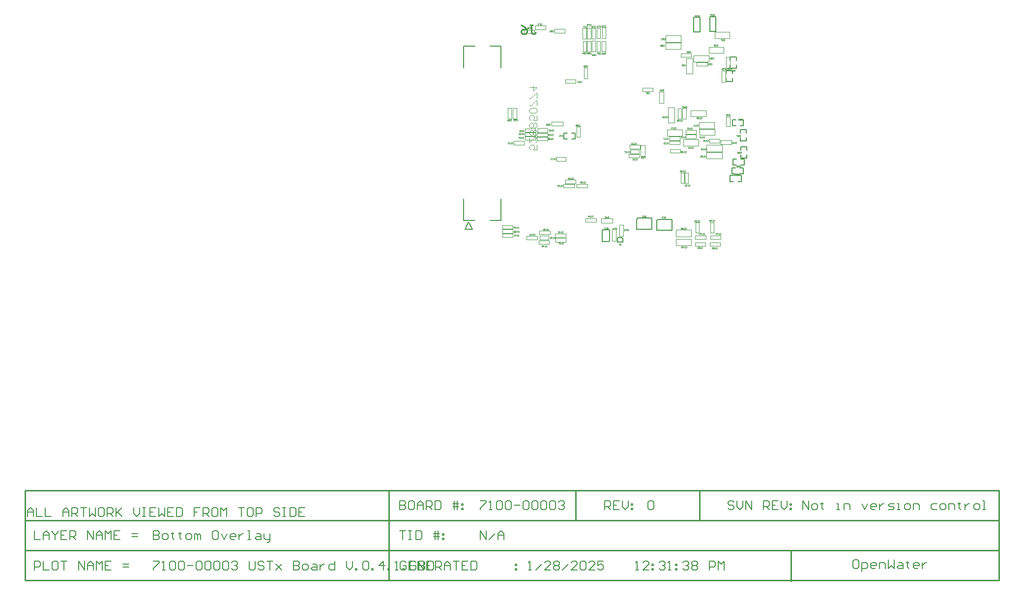
<source format=gbo>
G04*
G04 #@! TF.GenerationSoftware,Altium Limited,Altium Designer,24.3.1 (35)*
G04*
G04 Layer_Color=32896*
%FSAX25Y25*%
%MOIN*%
G70*
G04*
G04 #@! TF.SameCoordinates,9BAF8AC8-72E2-4161-A934-73288D8D8D4B*
G04*
G04*
G04 #@! TF.FilePolarity,Positive*
G04*
G01*
G75*
%ADD11C,0.01000*%
%ADD12C,0.00300*%
%ADD13C,0.00700*%
%ADD14C,0.00600*%
%ADD15C,0.00200*%
%ADD16C,0.00500*%
%ADD20C,0.00800*%
G54D11*
X0382301Y0416898D02*
X0384301D01*
X0383301D01*
Y0411900D01*
X0384301Y0410900D01*
X0385300D01*
X0386300Y0411900D01*
X0376303Y0416898D02*
X0378303Y0415898D01*
X0380302Y0413899D01*
Y0411900D01*
X0379302Y0410900D01*
X0377303D01*
X0376303Y0411900D01*
Y0412899D01*
X0377303Y0413899D01*
X0380302D01*
X0497200Y0080717D02*
Y0101050D01*
X0413200Y0080717D02*
Y0101050D01*
X0040000Y0080717D02*
X0700200D01*
X0040000Y0060383D02*
X0700000D01*
X0040000Y0040050D02*
X0440500D01*
X0040050Y0101050D02*
X0700200D01*
X0040050Y0040050D02*
Y0101050D01*
Y0040050D02*
X0197600D01*
X0040000D02*
Y0101050D01*
X0286500Y0040050D02*
Y0101050D01*
X0700200Y0040050D02*
Y0101050D01*
X0440500Y0040050D02*
X0700200D01*
X0559400Y0039400D02*
Y0059683D01*
G54D12*
X0503750Y0397843D02*
X0513750D01*
Y0401943D01*
X0503750D02*
X0513750D01*
X0503750Y0397843D02*
Y0401943D01*
X0474199Y0404894D02*
X0484606D01*
X0474199Y0400476D02*
Y0404894D01*
Y0400476D02*
X0484606D01*
Y0404894D01*
X0502065Y0335450D02*
X0512472D01*
X0502065Y0331032D02*
Y0335450D01*
Y0331032D02*
X0512472D01*
Y0335450D01*
X0502065Y0330518D02*
X0512472D01*
X0502065Y0326099D02*
Y0330518D01*
Y0326099D02*
X0512472D01*
Y0330518D01*
X0481138Y0273402D02*
X0491544D01*
Y0277820D01*
X0481138D02*
X0491544D01*
X0481138Y0273402D02*
Y0277820D01*
X0481310Y0267199D02*
X0491717D01*
Y0271618D01*
X0481310D02*
X0491717D01*
X0481310Y0267199D02*
Y0271618D01*
X0493253Y0392005D02*
Y0396423D01*
X0503659D01*
Y0392005D02*
Y0396423D01*
X0493253Y0392005D02*
X0503659D01*
X0488299Y0394311D02*
X0492718D01*
Y0383904D02*
Y0394311D01*
X0488299Y0383904D02*
X0492718D01*
X0488299D02*
Y0394311D01*
X0470088Y0363889D02*
X0472832D01*
X0470088D02*
Y0371591D01*
X0472832D01*
Y0363889D02*
Y0371591D01*
X0404609Y0348501D02*
Y0351245D01*
X0396906Y0348501D02*
X0404609D01*
X0396906D02*
Y0351245D01*
X0404609D01*
X0484606Y0405390D02*
Y0409808D01*
X0474199Y0405390D02*
X0484606D01*
X0474199D02*
Y0409808D01*
X0484606D01*
X0430613Y0285427D02*
X0438315D01*
X0430613Y0282683D02*
Y0285427D01*
Y0282683D02*
X0438315D01*
Y0285427D01*
X0507771Y0408059D02*
X0517771D01*
Y0412159D01*
X0507771D02*
X0517771D01*
X0507771Y0408059D02*
Y0412159D01*
X0512365Y0378281D02*
X0515109D01*
X0512365D02*
Y0385983D01*
X0515109D01*
Y0378281D02*
Y0385983D01*
X0515180Y0387610D02*
X0517924D01*
X0515180D02*
Y0395312D01*
X0517924D01*
Y0387610D02*
Y0395312D01*
X0440784Y0270403D02*
Y0278105D01*
X0438040D02*
X0440784D01*
X0438040Y0270403D02*
Y0278105D01*
Y0270403D02*
X0440784D01*
X0445708Y0273459D02*
Y0281162D01*
X0442964D02*
X0445708D01*
X0442964Y0273459D02*
Y0281162D01*
Y0273459D02*
X0445708D01*
X0387008Y0335505D02*
Y0332173D01*
X0384509D01*
X0385342Y0333839D01*
Y0334672D01*
X0384509Y0335505D01*
X0382843D01*
X0382010Y0334672D01*
Y0333006D01*
X0382843Y0332173D01*
X0382010Y0340504D02*
Y0337172D01*
X0385342Y0340504D01*
X0386175D01*
X0387008Y0339671D01*
Y0338005D01*
X0386175Y0337172D01*
Y0342170D02*
X0387008Y0343003D01*
Y0344669D01*
X0386175Y0345502D01*
X0385342D01*
X0384509Y0344669D01*
X0383676Y0345502D01*
X0382843D01*
X0382010Y0344669D01*
Y0343003D01*
X0382843Y0342170D01*
X0383676D01*
X0384509Y0343003D01*
X0385342Y0342170D01*
X0386175D01*
X0384509Y0343003D02*
Y0344669D01*
X0386175Y0347168D02*
X0387008Y0348001D01*
Y0349668D01*
X0386175Y0350501D01*
X0385342D01*
X0384509Y0349668D01*
X0383676Y0350501D01*
X0382843D01*
X0382010Y0349668D01*
Y0348001D01*
X0382843Y0347168D01*
X0383676D01*
X0384509Y0348001D01*
X0385342Y0347168D01*
X0386175D01*
X0384509Y0348001D02*
Y0349668D01*
X0387008Y0355499D02*
Y0352167D01*
X0384509D01*
X0385342Y0353833D01*
Y0354666D01*
X0384509Y0355499D01*
X0382843D01*
X0382010Y0354666D01*
Y0353000D01*
X0382843Y0352167D01*
X0386175Y0357165D02*
X0387008Y0357998D01*
Y0359664D01*
X0386175Y0360497D01*
X0382843D01*
X0382010Y0359664D01*
Y0357998D01*
X0382843Y0357165D01*
X0386175D01*
X0387008Y0362163D02*
Y0365496D01*
X0386175D01*
X0382843Y0362163D01*
X0382010D01*
X0387008Y0367162D02*
Y0370494D01*
X0386175D01*
X0382843Y0367162D01*
X0382010D01*
Y0374659D02*
X0387008D01*
X0384509Y0372160D01*
Y0375493D01*
X0496815Y0422626D02*
Y0423626D01*
X0496315D01*
X0496149Y0423459D01*
Y0423126D01*
X0496315Y0422960D01*
X0496815D01*
X0496482D02*
X0496149Y0422626D01*
X0495149D02*
X0495815D01*
X0495149Y0423293D01*
Y0423459D01*
X0495316Y0423626D01*
X0495649D01*
X0495815Y0423459D01*
X0494149Y0423626D02*
X0494483Y0423459D01*
X0494816Y0423126D01*
Y0422793D01*
X0494649Y0422626D01*
X0494316D01*
X0494149Y0422793D01*
Y0422960D01*
X0494316Y0423126D01*
X0494816D01*
X0435386Y0279549D02*
Y0278716D01*
X0435220Y0278550D01*
X0434886D01*
X0434720Y0278716D01*
Y0279549D01*
X0434386Y0278550D02*
X0434053D01*
X0434220D01*
Y0279549D01*
X0434386Y0279383D01*
X0433054Y0278550D02*
Y0279549D01*
X0433554Y0279050D01*
X0432887D01*
X0443466Y0267748D02*
Y0268414D01*
X0443633Y0268581D01*
X0443966D01*
X0444133Y0268414D01*
Y0267748D01*
X0443966Y0267582D01*
X0443633D01*
X0443799Y0267915D02*
X0443466Y0267582D01*
X0443633D02*
X0443466Y0267748D01*
X0443133Y0267582D02*
X0442800D01*
X0442966D01*
Y0268581D01*
X0443133Y0268414D01*
X0448952Y0277418D02*
Y0278418D01*
X0448452D01*
X0448286Y0278251D01*
Y0277918D01*
X0448452Y0277751D01*
X0448952D01*
X0448619D02*
X0448286Y0277418D01*
X0447452D02*
Y0278418D01*
X0447952Y0277918D01*
X0447286D01*
X0446953Y0278251D02*
X0446786Y0278418D01*
X0446453D01*
X0446286Y0278251D01*
Y0278084D01*
X0446453Y0277918D01*
X0446619D01*
X0446453D01*
X0446286Y0277751D01*
Y0277585D01*
X0446453Y0277418D01*
X0446786D01*
X0446953Y0277585D01*
X0441019Y0278332D02*
Y0279332D01*
X0440519D01*
X0440352Y0279166D01*
Y0278832D01*
X0440519Y0278666D01*
X0441019D01*
X0440686D02*
X0440352Y0278332D01*
X0439520D02*
Y0279332D01*
X0440019Y0278832D01*
X0439353D01*
X0438520Y0278332D02*
Y0279332D01*
X0439020Y0278832D01*
X0438353D01*
X0461037Y0287456D02*
Y0286623D01*
X0460870Y0286457D01*
X0460537D01*
X0460370Y0286623D01*
Y0287456D01*
X0460037Y0286457D02*
X0459704D01*
X0459871D01*
Y0287456D01*
X0460037Y0287290D01*
X0459204D02*
X0459037Y0287456D01*
X0458704D01*
X0458538Y0287290D01*
Y0287123D01*
X0458704Y0286957D01*
X0458871D01*
X0458704D01*
X0458538Y0286790D01*
Y0286623D01*
X0458704Y0286457D01*
X0459037D01*
X0459204Y0286623D01*
X0526231Y0352391D02*
Y0353390D01*
X0525732D01*
X0525565Y0353224D01*
Y0352890D01*
X0525732Y0352724D01*
X0526231D01*
X0525898D02*
X0525565Y0352391D01*
X0525232Y0353224D02*
X0525065Y0353390D01*
X0524732D01*
X0524565Y0353224D01*
Y0353057D01*
X0524732Y0352890D01*
X0524898D01*
X0524732D01*
X0524565Y0352724D01*
Y0352557D01*
X0524732Y0352391D01*
X0525065D01*
X0525232Y0352557D01*
X0523566Y0353390D02*
X0523899Y0353224D01*
X0524232Y0352890D01*
Y0352557D01*
X0524065Y0352391D01*
X0523732D01*
X0523566Y0352557D01*
Y0352724D01*
X0523732Y0352890D01*
X0524232D01*
X0524903Y0341157D02*
Y0342157D01*
X0524403D01*
X0524236Y0341990D01*
Y0341657D01*
X0524403Y0341490D01*
X0524903D01*
X0524570D02*
X0524236Y0341157D01*
X0523903Y0341990D02*
X0523737Y0342157D01*
X0523404D01*
X0523237Y0341990D01*
Y0341823D01*
X0523404Y0341657D01*
X0523570D01*
X0523404D01*
X0523237Y0341490D01*
Y0341324D01*
X0523404Y0341157D01*
X0523737D01*
X0523903Y0341324D01*
X0522904Y0342157D02*
X0522237D01*
Y0341990D01*
X0522904Y0341324D01*
Y0341157D01*
X0517867Y0385870D02*
Y0386869D01*
X0517367D01*
X0517200Y0386702D01*
Y0386369D01*
X0517367Y0386203D01*
X0517867D01*
X0517534D02*
X0517200Y0385870D01*
X0516867Y0386702D02*
X0516701Y0386869D01*
X0516367D01*
X0516201Y0386702D01*
Y0386536D01*
X0516367Y0386369D01*
X0516534D01*
X0516367D01*
X0516201Y0386203D01*
Y0386036D01*
X0516367Y0385870D01*
X0516701D01*
X0516867Y0386036D01*
X0515201Y0385870D02*
X0515867D01*
X0515201Y0386536D01*
Y0386702D01*
X0515368Y0386869D01*
X0515701D01*
X0515867Y0386702D01*
X0514963Y0386649D02*
Y0387649D01*
X0514463D01*
X0514296Y0387482D01*
Y0387149D01*
X0514463Y0386982D01*
X0514963D01*
X0514629D02*
X0514296Y0386649D01*
X0513963Y0387482D02*
X0513796Y0387649D01*
X0513463D01*
X0513297Y0387482D01*
Y0387315D01*
X0513463Y0387149D01*
X0513630D01*
X0513463D01*
X0513297Y0386982D01*
Y0386816D01*
X0513463Y0386649D01*
X0513796D01*
X0513963Y0386816D01*
X0512963Y0387482D02*
X0512797Y0387649D01*
X0512464D01*
X0512297Y0387482D01*
Y0386816D01*
X0512464Y0386649D01*
X0512797D01*
X0512963Y0386816D01*
Y0387482D01*
X0521425Y0385527D02*
Y0386527D01*
X0520925D01*
X0520758Y0386360D01*
Y0386027D01*
X0520925Y0385860D01*
X0521425D01*
X0521092D02*
X0520758Y0385527D01*
X0520425Y0386360D02*
X0520259Y0386527D01*
X0519925D01*
X0519759Y0386360D01*
Y0386194D01*
X0519925Y0386027D01*
X0520092D01*
X0519925D01*
X0519759Y0385860D01*
Y0385694D01*
X0519925Y0385527D01*
X0520259D01*
X0520425Y0385694D01*
X0519425Y0385527D02*
X0519092D01*
X0519259D01*
Y0386527D01*
X0519425Y0386360D01*
X0509736Y0402635D02*
Y0403634D01*
X0509236D01*
X0509070Y0403468D01*
Y0403134D01*
X0509236Y0402968D01*
X0509736D01*
X0509403D02*
X0509070Y0402635D01*
X0508070D02*
X0508737D01*
X0508070Y0403301D01*
Y0403468D01*
X0508237Y0403634D01*
X0508570D01*
X0508737Y0403468D01*
X0507737D02*
X0507570Y0403634D01*
X0507237D01*
X0507071Y0403468D01*
Y0403301D01*
X0507237Y0403134D01*
X0507071Y0402968D01*
Y0402801D01*
X0507237Y0402635D01*
X0507570D01*
X0507737Y0402801D01*
Y0402968D01*
X0507570Y0403134D01*
X0507737Y0403301D01*
Y0403468D01*
X0507570Y0403134D02*
X0507237D01*
X0518879Y0386842D02*
Y0387841D01*
X0518379D01*
X0518213Y0387675D01*
Y0387341D01*
X0518379Y0387175D01*
X0518879D01*
X0518546D02*
X0518213Y0386842D01*
X0517213D02*
X0517879D01*
X0517213Y0387508D01*
Y0387675D01*
X0517380Y0387841D01*
X0517713D01*
X0517879Y0387675D01*
X0516880Y0387008D02*
X0516713Y0386842D01*
X0516380D01*
X0516213Y0387008D01*
Y0387675D01*
X0516380Y0387841D01*
X0516713D01*
X0516880Y0387675D01*
Y0387508D01*
X0516713Y0387341D01*
X0516213D01*
X0514145Y0406339D02*
Y0407339D01*
X0513645D01*
X0513478Y0407172D01*
Y0406839D01*
X0513645Y0406672D01*
X0514145D01*
X0513811D02*
X0513478Y0406339D01*
X0512478D02*
X0513145D01*
X0512478Y0407006D01*
Y0407172D01*
X0512645Y0407339D01*
X0512978D01*
X0513145Y0407172D01*
X0512145Y0407339D02*
X0511479D01*
Y0407172D01*
X0512145Y0406506D01*
Y0406339D01*
X0507242Y0423332D02*
Y0424332D01*
X0506743D01*
X0506576Y0424165D01*
Y0423832D01*
X0506743Y0423665D01*
X0507242D01*
X0506909D02*
X0506576Y0423332D01*
X0505576D02*
X0506243D01*
X0505576Y0423998D01*
Y0424165D01*
X0505743Y0424332D01*
X0506076D01*
X0506243Y0424165D01*
X0504577Y0424332D02*
X0505243D01*
Y0423832D01*
X0504910Y0423998D01*
X0504743D01*
X0504577Y0423832D01*
Y0423499D01*
X0504743Y0423332D01*
X0505077D01*
X0505243Y0423499D01*
X0397500Y0413195D02*
X0397667Y0413362D01*
X0398000D01*
X0398167Y0413195D01*
Y0412529D01*
X0398000Y0412362D01*
X0397667D01*
X0397500Y0412529D01*
X0397167Y0413195D02*
X0397001Y0413362D01*
X0396668D01*
X0396501Y0413195D01*
Y0413028D01*
X0396668Y0412862D01*
X0396501Y0412695D01*
Y0412529D01*
X0396668Y0412362D01*
X0397001D01*
X0397167Y0412529D01*
Y0412695D01*
X0397001Y0412862D01*
X0397167Y0413028D01*
Y0413195D01*
X0397001Y0412862D02*
X0396668D01*
X0396168Y0413195D02*
X0396001Y0413362D01*
X0395668D01*
X0395501Y0413195D01*
Y0412529D01*
X0395668Y0412362D01*
X0396001D01*
X0396168Y0412529D01*
Y0413195D01*
X0404322Y0269043D02*
X0404489Y0269209D01*
X0404822D01*
X0404989Y0269043D01*
Y0268376D01*
X0404822Y0268210D01*
X0404489D01*
X0404322Y0268376D01*
X0403989Y0268210D02*
X0403656D01*
X0403823D01*
Y0269209D01*
X0403989Y0269043D01*
X0402656Y0268210D02*
Y0269209D01*
X0403156Y0268709D01*
X0402490D01*
X0402156Y0269209D02*
X0401490D01*
Y0269043D01*
X0402156Y0268376D01*
Y0268210D01*
X0511058Y0275436D02*
X0511224Y0275603D01*
X0511558D01*
X0511724Y0275436D01*
Y0274770D01*
X0511558Y0274603D01*
X0511224D01*
X0511058Y0274770D01*
X0510725Y0274603D02*
X0510391D01*
X0510558D01*
Y0275603D01*
X0510725Y0275436D01*
X0509392Y0274603D02*
Y0275603D01*
X0509892Y0275103D01*
X0509225D01*
X0508392Y0274603D02*
Y0275603D01*
X0508892Y0275103D01*
X0508225D01*
X0506689Y0284517D02*
X0506856Y0284684D01*
X0507189D01*
X0507356Y0284517D01*
Y0283851D01*
X0507189Y0283684D01*
X0506856D01*
X0506689Y0283851D01*
X0506356Y0283684D02*
X0506023D01*
X0506189D01*
Y0284684D01*
X0506356Y0284517D01*
X0505523D02*
X0505356Y0284684D01*
X0505023D01*
X0504857Y0284517D01*
Y0284351D01*
X0505023Y0284184D01*
X0505190D01*
X0505023D01*
X0504857Y0284017D01*
Y0283851D01*
X0505023Y0283684D01*
X0505356D01*
X0505523Y0283851D01*
X0503857Y0284684D02*
X0504190Y0284517D01*
X0504523Y0284184D01*
Y0283851D01*
X0504357Y0283684D01*
X0504024D01*
X0503857Y0283851D01*
Y0284017D01*
X0504024Y0284184D01*
X0504523D01*
X0508474Y0265905D02*
X0508640Y0266072D01*
X0508974D01*
X0509140Y0265905D01*
Y0265239D01*
X0508974Y0265072D01*
X0508640D01*
X0508474Y0265239D01*
X0508141Y0265072D02*
X0507807D01*
X0507974D01*
Y0266072D01*
X0508141Y0265905D01*
X0506641Y0266072D02*
X0507307D01*
Y0265572D01*
X0506974Y0265739D01*
X0506808D01*
X0506641Y0265572D01*
Y0265239D01*
X0506808Y0265072D01*
X0507141D01*
X0507307Y0265239D01*
X0506308Y0265905D02*
X0506141Y0266072D01*
X0505808D01*
X0505641Y0265905D01*
Y0265239D01*
X0505808Y0265072D01*
X0506141D01*
X0506308Y0265239D01*
Y0265905D01*
X0498435Y0266051D02*
X0498601Y0266218D01*
X0498935D01*
X0499101Y0266051D01*
Y0265385D01*
X0498935Y0265218D01*
X0498601D01*
X0498435Y0265385D01*
X0498102Y0265218D02*
X0497768D01*
X0497935D01*
Y0266218D01*
X0498102Y0266051D01*
X0496602Y0266218D02*
X0497268D01*
Y0265718D01*
X0496935Y0265885D01*
X0496769D01*
X0496602Y0265718D01*
Y0265385D01*
X0496769Y0265218D01*
X0497102D01*
X0497268Y0265385D01*
X0496269Y0265218D02*
X0495936D01*
X0496102D01*
Y0266218D01*
X0496269Y0266051D01*
X0500016Y0275436D02*
X0500182Y0275603D01*
X0500515D01*
X0500682Y0275436D01*
Y0274770D01*
X0500515Y0274603D01*
X0500182D01*
X0500016Y0274770D01*
X0499682Y0274603D02*
X0499349D01*
X0499516D01*
Y0275603D01*
X0499682Y0275436D01*
X0498349Y0274603D02*
Y0275603D01*
X0498849Y0275103D01*
X0498183D01*
X0497850Y0275436D02*
X0497683Y0275603D01*
X0497350D01*
X0497183Y0275436D01*
Y0275270D01*
X0497350Y0275103D01*
X0497516D01*
X0497350D01*
X0497183Y0274936D01*
Y0274770D01*
X0497350Y0274603D01*
X0497683D01*
X0497850Y0274770D01*
X0496780Y0284219D02*
X0496946Y0284385D01*
X0497280D01*
X0497446Y0284219D01*
Y0283552D01*
X0497280Y0283386D01*
X0496946D01*
X0496780Y0283552D01*
X0496447Y0283386D02*
X0496113D01*
X0496280D01*
Y0284385D01*
X0496447Y0284219D01*
X0495613D02*
X0495447Y0284385D01*
X0495114D01*
X0494947Y0284219D01*
Y0284052D01*
X0495114Y0283885D01*
X0495280D01*
X0495114D01*
X0494947Y0283719D01*
Y0283552D01*
X0495114Y0283386D01*
X0495447D01*
X0495613Y0283552D01*
X0493947Y0284385D02*
X0494614D01*
Y0283885D01*
X0494280Y0284052D01*
X0494114D01*
X0493947Y0283885D01*
Y0283552D01*
X0494114Y0283386D01*
X0494447D01*
X0494614Y0283552D01*
X0520534Y0315641D02*
Y0314642D01*
X0521034D01*
X0521201Y0314808D01*
Y0315142D01*
X0521034Y0315308D01*
X0520534D01*
X0520868D02*
X0521201Y0315641D01*
X0522034D02*
Y0314642D01*
X0521534Y0315142D01*
X0522200D01*
X0522534Y0315641D02*
X0522867D01*
X0522700D01*
Y0314642D01*
X0522534Y0314808D01*
X0435592Y0285871D02*
Y0286871D01*
X0435092D01*
X0434926Y0286704D01*
Y0286371D01*
X0435092Y0286204D01*
X0435592D01*
X0435259D02*
X0434926Y0285871D01*
X0434093D02*
Y0286871D01*
X0434592Y0286371D01*
X0433926D01*
X0432926Y0285871D02*
X0433593D01*
X0432926Y0286538D01*
Y0286704D01*
X0433093Y0286871D01*
X0433426D01*
X0433593Y0286704D01*
X0459501Y0327534D02*
X0460168D01*
Y0327034D01*
X0459834D01*
X0460168D01*
Y0326534D01*
X0459168Y0327534D02*
Y0326534D01*
X0458668D01*
X0458502Y0326701D01*
Y0326867D01*
X0458668Y0327034D01*
X0459168D01*
X0458668D01*
X0458502Y0327201D01*
Y0327367D01*
X0458668Y0327534D01*
X0459168D01*
X0458168Y0326701D02*
X0458002Y0326534D01*
X0457668D01*
X0457502Y0326701D01*
Y0327367D01*
X0457668Y0327534D01*
X0458002D01*
X0458168Y0327367D01*
Y0327201D01*
X0458002Y0327034D01*
X0457502D01*
X0454375Y0326245D02*
X0454541Y0326412D01*
X0454875D01*
X0455041Y0326245D01*
Y0325579D01*
X0454875Y0325412D01*
X0454541D01*
X0454375Y0325579D01*
X0454041Y0325412D02*
X0453708D01*
X0453875D01*
Y0326412D01*
X0454041Y0326245D01*
X0453208D02*
X0453042Y0326412D01*
X0452708D01*
X0452542Y0326245D01*
Y0326078D01*
X0452708Y0325912D01*
X0452875D01*
X0452708D01*
X0452542Y0325745D01*
Y0325579D01*
X0452708Y0325412D01*
X0453042D01*
X0453208Y0325579D01*
X0452209Y0325412D02*
X0451875D01*
X0452042D01*
Y0326412D01*
X0452209Y0326245D01*
X0449210Y0331195D02*
X0449377Y0331362D01*
X0449710D01*
X0449877Y0331195D01*
Y0330529D01*
X0449710Y0330362D01*
X0449377D01*
X0449210Y0330529D01*
X0448877Y0330362D02*
X0448544D01*
X0448710D01*
Y0331362D01*
X0448877Y0331195D01*
X0447377Y0330362D02*
X0448044D01*
X0447377Y0331029D01*
Y0331195D01*
X0447544Y0331362D01*
X0447877D01*
X0448044Y0331195D01*
X0447044Y0331362D02*
X0446378D01*
Y0331195D01*
X0447044Y0330529D01*
Y0330362D01*
X0487538Y0331222D02*
X0487705Y0331389D01*
X0488038D01*
X0488205Y0331222D01*
Y0330556D01*
X0488038Y0330389D01*
X0487705D01*
X0487538Y0330556D01*
X0487205Y0330389D02*
X0486872D01*
X0487039D01*
Y0331389D01*
X0487205Y0331222D01*
X0485706Y0330389D02*
X0486372D01*
X0485706Y0331055D01*
Y0331222D01*
X0485872Y0331389D01*
X0486206D01*
X0486372Y0331222D01*
X0484706Y0331389D02*
X0485373D01*
Y0330889D01*
X0485039Y0331055D01*
X0484873D01*
X0484706Y0330889D01*
Y0330556D01*
X0484873Y0330389D01*
X0485206D01*
X0485373Y0330556D01*
X0475464Y0337212D02*
X0475630Y0337379D01*
X0475963D01*
X0476130Y0337212D01*
Y0336546D01*
X0475963Y0336379D01*
X0475630D01*
X0475464Y0336546D01*
X0475130Y0336379D02*
X0474797D01*
X0474964D01*
Y0337379D01*
X0475130Y0337212D01*
X0473631Y0336379D02*
X0474297D01*
X0473631Y0337046D01*
Y0337212D01*
X0473798Y0337379D01*
X0474131D01*
X0474297Y0337212D01*
X0473298Y0336379D02*
X0472964D01*
X0473131D01*
Y0337379D01*
X0473298Y0337212D01*
X0475369Y0340093D02*
X0475536Y0340259D01*
X0475869D01*
X0476036Y0340093D01*
Y0339426D01*
X0475869Y0339260D01*
X0475536D01*
X0475369Y0339426D01*
X0475036Y0339260D02*
X0474703D01*
X0474869D01*
Y0340259D01*
X0475036Y0340093D01*
X0474203Y0339260D02*
X0473870D01*
X0474036D01*
Y0340259D01*
X0474203Y0340093D01*
X0473370Y0340259D02*
X0472703D01*
Y0340093D01*
X0473370Y0339426D01*
Y0339260D01*
X0480789Y0347312D02*
X0480955Y0347479D01*
X0481289D01*
X0481455Y0347312D01*
Y0346645D01*
X0481289Y0346479D01*
X0480955D01*
X0480789Y0346645D01*
X0480455Y0346479D02*
X0480122D01*
X0480289D01*
Y0347479D01*
X0480455Y0347312D01*
X0479622Y0346479D02*
X0479289D01*
X0479456D01*
Y0347479D01*
X0479622Y0347312D01*
X0478290Y0346479D02*
Y0347479D01*
X0478789Y0346979D01*
X0478123D01*
X0499976Y0341238D02*
X0500142Y0341404D01*
X0500475D01*
X0500642Y0341238D01*
Y0340571D01*
X0500475Y0340405D01*
X0500142D01*
X0499976Y0340571D01*
X0499642Y0340405D02*
X0499309D01*
X0499476D01*
Y0341404D01*
X0499642Y0341238D01*
X0498809Y0340405D02*
X0498476D01*
X0498643D01*
Y0341404D01*
X0498809Y0341238D01*
X0497976D02*
X0497810Y0341404D01*
X0497476D01*
X0497310Y0341238D01*
Y0341071D01*
X0497476Y0340904D01*
X0497643D01*
X0497476D01*
X0497310Y0340738D01*
Y0340571D01*
X0497476Y0340405D01*
X0497810D01*
X0497976Y0340571D01*
X0424362Y0287319D02*
X0424529Y0287485D01*
X0424862D01*
X0425029Y0287319D01*
Y0286652D01*
X0424862Y0286486D01*
X0424529D01*
X0424362Y0286652D01*
X0424029Y0286486D02*
X0423696D01*
X0423863D01*
Y0287485D01*
X0424029Y0287319D01*
X0423196D02*
X0423030Y0287485D01*
X0422696D01*
X0422530Y0287319D01*
Y0287152D01*
X0422696Y0286985D01*
X0422863D01*
X0422696D01*
X0422530Y0286819D01*
Y0286652D01*
X0422696Y0286486D01*
X0423030D01*
X0423196Y0286652D01*
X0421697Y0286486D02*
Y0287485D01*
X0422196Y0286985D01*
X0421530D01*
X0453771Y0336878D02*
X0453937Y0337044D01*
X0454271D01*
X0454437Y0336878D01*
Y0336211D01*
X0454271Y0336045D01*
X0453937D01*
X0453771Y0336211D01*
X0453437Y0336045D02*
X0453104D01*
X0453271D01*
Y0337044D01*
X0453437Y0336878D01*
X0451938Y0336045D02*
X0452604D01*
X0451938Y0336711D01*
Y0336878D01*
X0452105Y0337044D01*
X0452438D01*
X0452604Y0336878D01*
X0450938Y0336045D02*
X0451605D01*
X0450938Y0336711D01*
Y0336878D01*
X0451105Y0337044D01*
X0451438D01*
X0451605Y0336878D01*
X0495600Y0349127D02*
X0495767Y0349294D01*
X0496100D01*
X0496267Y0349127D01*
Y0348461D01*
X0496100Y0348294D01*
X0495767D01*
X0495600Y0348461D01*
X0495267Y0348294D02*
X0494934D01*
X0495100D01*
Y0349294D01*
X0495267Y0349127D01*
X0494434Y0348294D02*
X0494101D01*
X0494267D01*
Y0349294D01*
X0494434Y0349127D01*
X0493601Y0348294D02*
X0493268D01*
X0493434D01*
Y0349294D01*
X0493601Y0349127D01*
X0399094Y0326534D02*
X0399261Y0326700D01*
X0399594D01*
X0399760Y0326534D01*
Y0325867D01*
X0399594Y0325701D01*
X0399261D01*
X0399094Y0325867D01*
X0398761Y0325701D02*
X0398428D01*
X0398594D01*
Y0326700D01*
X0398761Y0326534D01*
X0397928Y0325701D02*
X0397594D01*
X0397761D01*
Y0326700D01*
X0397928Y0326534D01*
X0396428Y0325701D02*
X0397095D01*
X0396428Y0326367D01*
Y0326534D01*
X0396595Y0326700D01*
X0396928D01*
X0397095Y0326534D01*
X0397640Y0345768D02*
X0397807Y0345935D01*
X0398140D01*
X0398307Y0345768D01*
Y0345102D01*
X0398140Y0344935D01*
X0397807D01*
X0397640Y0345102D01*
X0397307Y0344935D02*
X0396974D01*
X0397141D01*
Y0345935D01*
X0397307Y0345768D01*
X0396474D02*
X0396308Y0345935D01*
X0395974D01*
X0395808Y0345768D01*
Y0345102D01*
X0395974Y0344935D01*
X0396308D01*
X0396474Y0345102D01*
Y0345768D01*
X0395475D02*
X0395308Y0345935D01*
X0394975D01*
X0394808Y0345768D01*
Y0345102D01*
X0394975Y0344935D01*
X0395308D01*
X0395475Y0345102D01*
Y0345768D01*
X0398653Y0272810D02*
X0398819Y0272976D01*
X0399153D01*
X0399319Y0272810D01*
Y0272143D01*
X0399153Y0271976D01*
X0398819D01*
X0398653Y0272143D01*
X0398320Y0271976D02*
X0397986D01*
X0398153D01*
Y0272976D01*
X0398320Y0272810D01*
X0396987Y0271976D02*
Y0272976D01*
X0397486Y0272476D01*
X0396820D01*
X0395820Y0272976D02*
X0396487D01*
Y0272476D01*
X0396154Y0272643D01*
X0395987D01*
X0395820Y0272476D01*
Y0272143D01*
X0395987Y0271976D01*
X0396320D01*
X0396487Y0272143D01*
X0517844Y0355414D02*
Y0356414D01*
X0517345D01*
X0517178Y0356247D01*
Y0355914D01*
X0517345Y0355747D01*
X0517844D01*
X0517511D02*
X0517178Y0355414D01*
X0516845Y0356247D02*
X0516678Y0356414D01*
X0516345D01*
X0516178Y0356247D01*
Y0356081D01*
X0516345Y0355914D01*
X0516512D01*
X0516345D01*
X0516178Y0355747D01*
Y0355581D01*
X0516345Y0355414D01*
X0516678D01*
X0516845Y0355581D01*
X0515179Y0356414D02*
X0515845D01*
Y0355914D01*
X0515512Y0356081D01*
X0515345D01*
X0515179Y0355914D01*
Y0355581D01*
X0515345Y0355414D01*
X0515679D01*
X0515845Y0355581D01*
X0525494Y0329849D02*
Y0330848D01*
X0524994D01*
X0524828Y0330682D01*
Y0330348D01*
X0524994Y0330182D01*
X0525494D01*
X0525161D02*
X0524828Y0329849D01*
X0524494Y0330682D02*
X0524328Y0330848D01*
X0523994D01*
X0523828Y0330682D01*
Y0330515D01*
X0523994Y0330348D01*
X0524161D01*
X0523994D01*
X0523828Y0330182D01*
Y0330015D01*
X0523994Y0329849D01*
X0524328D01*
X0524494Y0330015D01*
X0523495Y0330682D02*
X0523328Y0330848D01*
X0522995D01*
X0522828Y0330682D01*
Y0330515D01*
X0522995Y0330348D01*
X0522828Y0330182D01*
Y0330015D01*
X0522995Y0329849D01*
X0523328D01*
X0523495Y0330015D01*
Y0330182D01*
X0523328Y0330348D01*
X0523495Y0330515D01*
Y0330682D01*
X0523328Y0330348D02*
X0522995D01*
X0524326Y0315247D02*
Y0316246D01*
X0523826D01*
X0523659Y0316080D01*
Y0315746D01*
X0523826Y0315580D01*
X0524326D01*
X0523992D02*
X0523659Y0315247D01*
X0522826D02*
Y0316246D01*
X0523326Y0315746D01*
X0522659D01*
X0522326Y0316080D02*
X0522159Y0316246D01*
X0521826D01*
X0521660Y0316080D01*
Y0315413D01*
X0521826Y0315247D01*
X0522159D01*
X0522326Y0315413D01*
Y0316080D01*
X0498153Y0354134D02*
X0498320Y0354301D01*
X0498653D01*
X0498820Y0354134D01*
Y0353468D01*
X0498653Y0353301D01*
X0498320D01*
X0498153Y0353468D01*
X0497820Y0353301D02*
X0497487D01*
X0497653D01*
Y0354301D01*
X0497820Y0354134D01*
X0496987D02*
X0496820Y0354301D01*
X0496487D01*
X0496321Y0354134D01*
Y0353468D01*
X0496487Y0353301D01*
X0496820D01*
X0496987Y0353468D01*
Y0354134D01*
X0495987Y0353468D02*
X0495821Y0353301D01*
X0495487D01*
X0495321Y0353468D01*
Y0354134D01*
X0495487Y0354301D01*
X0495821D01*
X0495987Y0354134D01*
Y0353968D01*
X0495821Y0353801D01*
X0495321D01*
X0488087Y0361748D02*
X0488253Y0361915D01*
X0488587D01*
X0488753Y0361748D01*
Y0361082D01*
X0488587Y0360915D01*
X0488253D01*
X0488087Y0361082D01*
X0487753Y0360915D02*
X0487420D01*
X0487587D01*
Y0361915D01*
X0487753Y0361748D01*
X0486920D02*
X0486754Y0361915D01*
X0486421D01*
X0486254Y0361748D01*
Y0361082D01*
X0486421Y0360915D01*
X0486754D01*
X0486920Y0361082D01*
Y0361748D01*
X0485921Y0361915D02*
X0485254D01*
Y0361748D01*
X0485921Y0361082D01*
Y0360915D01*
X0484834Y0352430D02*
X0485001Y0352597D01*
X0485334D01*
X0485501Y0352430D01*
Y0351764D01*
X0485334Y0351597D01*
X0485001D01*
X0484834Y0351764D01*
X0484501Y0351597D02*
X0484168D01*
X0484335D01*
Y0352597D01*
X0484501Y0352430D01*
X0483668D02*
X0483501Y0352597D01*
X0483168D01*
X0483002Y0352430D01*
Y0351764D01*
X0483168Y0351597D01*
X0483501D01*
X0483668Y0351764D01*
Y0352430D01*
X0482668D02*
X0482502Y0352597D01*
X0482168D01*
X0482002Y0352430D01*
Y0352263D01*
X0482168Y0352097D01*
X0482002Y0351930D01*
Y0351764D01*
X0482168Y0351597D01*
X0482502D01*
X0482668Y0351764D01*
Y0351930D01*
X0482502Y0352097D01*
X0482668Y0352263D01*
Y0352430D01*
X0482502Y0352097D02*
X0482168D01*
X0474876Y0354891D02*
X0475043Y0355058D01*
X0475376D01*
X0475542Y0354891D01*
Y0354225D01*
X0475376Y0354058D01*
X0475043D01*
X0474876Y0354225D01*
X0474543Y0354058D02*
X0474210D01*
X0474376D01*
Y0355058D01*
X0474543Y0354891D01*
X0473710D02*
X0473543Y0355058D01*
X0473210D01*
X0473043Y0354891D01*
Y0354225D01*
X0473210Y0354058D01*
X0473543D01*
X0473710Y0354225D01*
Y0354891D01*
X0472044Y0355058D02*
X0472377Y0354891D01*
X0472710Y0354558D01*
Y0354225D01*
X0472543Y0354058D01*
X0472210D01*
X0472044Y0354225D01*
Y0354392D01*
X0472210Y0354558D01*
X0472710D01*
X0491675Y0347058D02*
X0491842Y0347225D01*
X0492175D01*
X0492342Y0347058D01*
Y0346392D01*
X0492175Y0346225D01*
X0491842D01*
X0491675Y0346392D01*
X0491342Y0346225D02*
X0491009D01*
X0491175D01*
Y0347225D01*
X0491342Y0347058D01*
X0490509Y0346225D02*
X0490176D01*
X0490342D01*
Y0347225D01*
X0490509Y0347058D01*
X0489009Y0347225D02*
X0489676D01*
Y0346725D01*
X0489343Y0346891D01*
X0489176D01*
X0489009Y0346725D01*
Y0346392D01*
X0489176Y0346225D01*
X0489509D01*
X0489676Y0346392D01*
X0487323Y0341238D02*
X0487489Y0341404D01*
X0487823D01*
X0487989Y0341238D01*
Y0340571D01*
X0487823Y0340405D01*
X0487489D01*
X0487323Y0340571D01*
X0486990Y0340405D02*
X0486656D01*
X0486823D01*
Y0341404D01*
X0486990Y0341238D01*
X0486157Y0340405D02*
X0485823D01*
X0485990D01*
Y0341404D01*
X0486157Y0341238D01*
X0484657Y0341404D02*
X0484990Y0341238D01*
X0485323Y0340904D01*
Y0340571D01*
X0485157Y0340405D01*
X0484824D01*
X0484657Y0340571D01*
Y0340738D01*
X0484824Y0340904D01*
X0485323D01*
X0492425Y0334037D02*
X0492592Y0334203D01*
X0492925D01*
X0493092Y0334037D01*
Y0333370D01*
X0492925Y0333204D01*
X0492592D01*
X0492425Y0333370D01*
X0492092Y0333204D02*
X0491759D01*
X0491925D01*
Y0334203D01*
X0492092Y0334037D01*
X0491259Y0333204D02*
X0490926D01*
X0491092D01*
Y0334203D01*
X0491259Y0334037D01*
X0490426Y0333370D02*
X0490259Y0333204D01*
X0489926D01*
X0489759Y0333370D01*
Y0334037D01*
X0489926Y0334203D01*
X0490259D01*
X0490426Y0334037D01*
Y0333870D01*
X0490259Y0333703D01*
X0489759D01*
X0472791Y0403272D02*
X0472957Y0403439D01*
X0473291D01*
X0473457Y0403272D01*
Y0402606D01*
X0473291Y0402439D01*
X0472957D01*
X0472791Y0402606D01*
X0472458Y0403272D02*
X0472291Y0403439D01*
X0471958D01*
X0471791Y0403272D01*
Y0403105D01*
X0471958Y0402939D01*
X0471791Y0402772D01*
Y0402606D01*
X0471958Y0402439D01*
X0472291D01*
X0472458Y0402606D01*
Y0402772D01*
X0472291Y0402939D01*
X0472458Y0403105D01*
Y0403272D01*
X0472291Y0402939D02*
X0471958D01*
X0471458Y0403272D02*
X0471291Y0403439D01*
X0470958D01*
X0470791Y0403272D01*
Y0403105D01*
X0470958Y0402939D01*
X0470791Y0402772D01*
Y0402606D01*
X0470958Y0402439D01*
X0471291D01*
X0471458Y0402606D01*
Y0402772D01*
X0471291Y0402939D01*
X0471458Y0403105D01*
Y0403272D01*
X0471291Y0402939D02*
X0470958D01*
X0473385Y0407799D02*
X0473552Y0407966D01*
X0473885D01*
X0474052Y0407799D01*
Y0407133D01*
X0473885Y0406966D01*
X0473552D01*
X0473385Y0407133D01*
X0473052Y0407799D02*
X0472885Y0407966D01*
X0472552D01*
X0472385Y0407799D01*
Y0407632D01*
X0472552Y0407466D01*
X0472385Y0407299D01*
Y0407133D01*
X0472552Y0406966D01*
X0472885D01*
X0473052Y0407133D01*
Y0407299D01*
X0472885Y0407466D01*
X0473052Y0407632D01*
Y0407799D01*
X0472885Y0407466D02*
X0472552D01*
X0471386Y0406966D02*
X0472052D01*
X0471386Y0407632D01*
Y0407799D01*
X0471552Y0407966D01*
X0471885D01*
X0472052Y0407799D01*
X0504995Y0390866D02*
X0505161Y0391033D01*
X0505494D01*
X0505661Y0390866D01*
Y0390200D01*
X0505494Y0390033D01*
X0505161D01*
X0504995Y0390200D01*
X0504662D02*
X0504495Y0390033D01*
X0504162D01*
X0503995Y0390200D01*
Y0390866D01*
X0504162Y0391033D01*
X0504495D01*
X0504662Y0390866D01*
Y0390700D01*
X0504495Y0390533D01*
X0503995D01*
X0502995Y0390033D02*
X0503662D01*
X0502995Y0390700D01*
Y0390866D01*
X0503162Y0391033D01*
X0503495D01*
X0503662Y0390866D01*
X0404447Y0341119D02*
Y0342118D01*
X0403947D01*
X0403781Y0341952D01*
Y0341618D01*
X0403947Y0341452D01*
X0404447D01*
X0404114D02*
X0403781Y0341119D01*
X0403448Y0342118D02*
X0402781D01*
X0403114D01*
Y0341119D01*
X0402448D02*
X0402115D01*
X0402281D01*
Y0342118D01*
X0402448Y0341952D01*
X0395883Y0348907D02*
Y0349907D01*
X0395383D01*
X0395216Y0349740D01*
Y0349407D01*
X0395383Y0349240D01*
X0395883D01*
X0395549D02*
X0395216Y0348907D01*
X0394883Y0349740D02*
X0394716Y0349907D01*
X0394383D01*
X0394216Y0349740D01*
Y0349574D01*
X0394383Y0349407D01*
X0394549D01*
X0394383D01*
X0394216Y0349240D01*
Y0349074D01*
X0394383Y0348907D01*
X0394716D01*
X0394883Y0349074D01*
X0393883Y0349740D02*
X0393717Y0349907D01*
X0393383D01*
X0393217Y0349740D01*
Y0349574D01*
X0393383Y0349407D01*
X0393550D01*
X0393383D01*
X0393217Y0349240D01*
Y0349074D01*
X0393383Y0348907D01*
X0393717D01*
X0393883Y0349074D01*
X0411054Y0313220D02*
X0411221Y0313387D01*
X0411554D01*
X0411720Y0313220D01*
Y0312554D01*
X0411554Y0312387D01*
X0411221D01*
X0411054Y0312554D01*
X0410721Y0312387D02*
X0410387D01*
X0410554D01*
Y0313387D01*
X0410721Y0313220D01*
X0409221Y0312387D02*
X0409888D01*
X0409221Y0313053D01*
Y0313220D01*
X0409388Y0313387D01*
X0409721D01*
X0409888Y0313220D01*
X0408221Y0313387D02*
X0408555Y0313220D01*
X0408888Y0312887D01*
Y0312554D01*
X0408721Y0312387D01*
X0408388D01*
X0408221Y0312554D01*
Y0312720D01*
X0408388Y0312887D01*
X0408888D01*
X0404050Y0276667D02*
X0404217Y0276834D01*
X0404550D01*
X0404717Y0276667D01*
Y0276001D01*
X0404550Y0275834D01*
X0404217D01*
X0404050Y0276001D01*
X0403717Y0275834D02*
X0403384D01*
X0403550D01*
Y0276834D01*
X0403717Y0276667D01*
X0402384Y0275834D02*
Y0276834D01*
X0402884Y0276334D01*
X0402217D01*
X0401218Y0275834D02*
X0401884D01*
X0401218Y0276501D01*
Y0276667D01*
X0401384Y0276834D01*
X0401718D01*
X0401884Y0276667D01*
X0373955Y0279787D02*
X0374122Y0279953D01*
X0374455D01*
X0374622Y0279787D01*
Y0279120D01*
X0374455Y0278954D01*
X0374122D01*
X0373955Y0279120D01*
X0373622Y0278954D02*
X0373289D01*
X0373456D01*
Y0279953D01*
X0373622Y0279787D01*
X0372789D02*
X0372622Y0279953D01*
X0372289D01*
X0372123Y0279787D01*
Y0279620D01*
X0372289Y0279453D01*
X0372456D01*
X0372289D01*
X0372123Y0279287D01*
Y0279120D01*
X0372289Y0278954D01*
X0372622D01*
X0372789Y0279120D01*
X0371789Y0279953D02*
X0371123D01*
Y0279787D01*
X0371789Y0279120D01*
Y0278954D01*
X0374019Y0274429D02*
X0374186Y0274595D01*
X0374519D01*
X0374686Y0274429D01*
Y0273762D01*
X0374519Y0273595D01*
X0374186D01*
X0374019Y0273762D01*
X0373686Y0273595D02*
X0373353D01*
X0373519D01*
Y0274595D01*
X0373686Y0274429D01*
X0372353Y0273595D02*
Y0274595D01*
X0372853Y0274095D01*
X0372186D01*
X0371853Y0273595D02*
X0371520D01*
X0371687D01*
Y0274595D01*
X0371853Y0274429D01*
X0374295Y0276963D02*
X0374462Y0277129D01*
X0374795D01*
X0374961Y0276963D01*
Y0276296D01*
X0374795Y0276130D01*
X0374462D01*
X0374295Y0276296D01*
X0373962Y0276130D02*
X0373628D01*
X0373795D01*
Y0277129D01*
X0373962Y0276963D01*
X0373129D02*
X0372962Y0277129D01*
X0372629D01*
X0372462Y0276963D01*
Y0276796D01*
X0372629Y0276630D01*
X0372795D01*
X0372629D01*
X0372462Y0276463D01*
Y0276296D01*
X0372629Y0276130D01*
X0372962D01*
X0373129Y0276296D01*
X0372129Y0276963D02*
X0371962Y0277129D01*
X0371629D01*
X0371462Y0276963D01*
Y0276796D01*
X0371629Y0276630D01*
X0371462Y0276463D01*
Y0276296D01*
X0371629Y0276130D01*
X0371962D01*
X0372129Y0276296D01*
Y0276463D01*
X0371962Y0276630D01*
X0372129Y0276796D01*
Y0276963D01*
X0371962Y0276630D02*
X0371629D01*
X0377437Y0340810D02*
X0377604Y0340977D01*
X0377937D01*
X0378104Y0340810D01*
Y0340144D01*
X0377937Y0339977D01*
X0377604D01*
X0377437Y0340144D01*
X0377104Y0339977D02*
X0376771D01*
X0376937D01*
Y0340977D01*
X0377104Y0340810D01*
X0376271D02*
X0376104Y0340977D01*
X0375771D01*
X0375604Y0340810D01*
Y0340144D01*
X0375771Y0339977D01*
X0376104D01*
X0376271Y0340144D01*
Y0340810D01*
X0374771Y0339977D02*
Y0340977D01*
X0375271Y0340477D01*
X0374605D01*
X0377629Y0343313D02*
X0377796Y0343479D01*
X0378129D01*
X0378295Y0343313D01*
Y0342646D01*
X0378129Y0342480D01*
X0377796D01*
X0377629Y0342646D01*
X0377296Y0342480D02*
X0376962D01*
X0377129D01*
Y0343479D01*
X0377296Y0343313D01*
X0376463D02*
X0376296Y0343479D01*
X0375963D01*
X0375796Y0343313D01*
Y0342646D01*
X0375963Y0342480D01*
X0376296D01*
X0376463Y0342646D01*
Y0343313D01*
X0374797Y0342480D02*
X0375463D01*
X0374797Y0343146D01*
Y0343313D01*
X0374963Y0343479D01*
X0375296D01*
X0375463Y0343313D01*
X0384855Y0274937D02*
X0385021Y0275103D01*
X0385354D01*
X0385521Y0274937D01*
Y0274270D01*
X0385354Y0274104D01*
X0385021D01*
X0384855Y0274270D01*
X0384521Y0274104D02*
X0384188D01*
X0384355D01*
Y0275103D01*
X0384521Y0274937D01*
X0383188Y0274104D02*
Y0275103D01*
X0383688Y0274604D01*
X0383022D01*
X0382022Y0275103D02*
X0382355Y0274937D01*
X0382689Y0274604D01*
Y0274270D01*
X0382522Y0274104D01*
X0382189D01*
X0382022Y0274270D01*
Y0274437D01*
X0382189Y0274604D01*
X0382689D01*
X0394066Y0278573D02*
X0394233Y0278740D01*
X0394566D01*
X0394732Y0278573D01*
Y0277907D01*
X0394566Y0277740D01*
X0394233D01*
X0394066Y0277907D01*
X0393733Y0277740D02*
X0393399D01*
X0393566D01*
Y0278740D01*
X0393733Y0278573D01*
X0392400Y0277740D02*
Y0278740D01*
X0392900Y0278240D01*
X0392233D01*
X0391900Y0278573D02*
X0391733Y0278740D01*
X0391400D01*
X0391233Y0278573D01*
Y0277907D01*
X0391400Y0277740D01*
X0391733D01*
X0391900Y0277907D01*
Y0278573D01*
X0393037Y0267227D02*
X0393204Y0267394D01*
X0393537D01*
X0393704Y0267227D01*
Y0266561D01*
X0393537Y0266394D01*
X0393204D01*
X0393037Y0266561D01*
X0392704Y0266394D02*
X0392371D01*
X0392537D01*
Y0267394D01*
X0392704Y0267227D01*
X0391371Y0266394D02*
Y0267394D01*
X0391871Y0266894D01*
X0391204D01*
X0390871Y0266561D02*
X0390705Y0266394D01*
X0390371D01*
X0390205Y0266561D01*
Y0267227D01*
X0390371Y0267394D01*
X0390705D01*
X0390871Y0267227D01*
Y0267061D01*
X0390705Y0266894D01*
X0390205D01*
X0419217Y0310543D02*
X0419384Y0310710D01*
X0419717D01*
X0419884Y0310543D01*
Y0309877D01*
X0419717Y0309710D01*
X0419384D01*
X0419217Y0309877D01*
X0418884Y0309710D02*
X0418551D01*
X0418717D01*
Y0310710D01*
X0418884Y0310543D01*
X0418051D02*
X0417884Y0310710D01*
X0417551D01*
X0417384Y0310543D01*
Y0310377D01*
X0417551Y0310210D01*
X0417718D01*
X0417551D01*
X0417384Y0310044D01*
Y0309877D01*
X0417551Y0309710D01*
X0417884D01*
X0418051Y0309877D01*
X0417051Y0310543D02*
X0416885Y0310710D01*
X0416551D01*
X0416385Y0310543D01*
Y0309877D01*
X0416551Y0309710D01*
X0416885D01*
X0417051Y0309877D01*
Y0310543D01*
X0415465Y0349217D02*
X0415632Y0349384D01*
X0415965D01*
X0416132Y0349217D01*
Y0348551D01*
X0415965Y0348384D01*
X0415632D01*
X0415465Y0348551D01*
X0415132D02*
X0414966Y0348384D01*
X0414632D01*
X0414466Y0348551D01*
Y0349217D01*
X0414632Y0349384D01*
X0414966D01*
X0415132Y0349217D01*
Y0349050D01*
X0414966Y0348884D01*
X0414466D01*
X0414132Y0349217D02*
X0413966Y0349384D01*
X0413633D01*
X0413466Y0349217D01*
Y0349050D01*
X0413633Y0348884D01*
X0413466Y0348717D01*
Y0348551D01*
X0413633Y0348384D01*
X0413966D01*
X0414132Y0348551D01*
Y0348717D01*
X0413966Y0348884D01*
X0414132Y0349050D01*
Y0349217D01*
X0413966Y0348884D02*
X0413633D01*
X0416491Y0378614D02*
X0416658Y0378780D01*
X0416991D01*
X0417158Y0378614D01*
Y0377947D01*
X0416991Y0377781D01*
X0416658D01*
X0416491Y0377947D01*
X0416158D02*
X0415992Y0377781D01*
X0415658D01*
X0415492Y0377947D01*
Y0378614D01*
X0415658Y0378780D01*
X0415992D01*
X0416158Y0378614D01*
Y0378447D01*
X0415992Y0378281D01*
X0415492D01*
X0414659Y0377781D02*
Y0378780D01*
X0415159Y0378281D01*
X0414492D01*
X0403772Y0308162D02*
X0403939Y0308329D01*
X0404272D01*
X0404439Y0308162D01*
Y0307496D01*
X0404272Y0307329D01*
X0403939D01*
X0403772Y0307496D01*
X0403439Y0307329D02*
X0403106D01*
X0403272D01*
Y0308329D01*
X0403439Y0308162D01*
X0401939Y0307329D02*
X0402606D01*
X0401939Y0307996D01*
Y0308162D01*
X0402106Y0308329D01*
X0402439D01*
X0402606Y0308162D01*
X0401606Y0307496D02*
X0401440Y0307329D01*
X0401106D01*
X0400940Y0307496D01*
Y0308162D01*
X0401106Y0308329D01*
X0401440D01*
X0401606Y0308162D01*
Y0307996D01*
X0401440Y0307829D01*
X0400940D01*
X0369106Y0352597D02*
X0369273Y0352764D01*
X0369606D01*
X0369773Y0352597D01*
Y0351931D01*
X0369606Y0351764D01*
X0369273D01*
X0369106Y0351931D01*
X0368773D02*
X0368606Y0351764D01*
X0368273D01*
X0368107Y0351931D01*
Y0352597D01*
X0368273Y0352764D01*
X0368606D01*
X0368773Y0352597D01*
Y0352431D01*
X0368606Y0352264D01*
X0368107D01*
X0367107Y0352764D02*
X0367440Y0352597D01*
X0367773Y0352264D01*
Y0351931D01*
X0367607Y0351764D01*
X0367273D01*
X0367107Y0351931D01*
Y0352098D01*
X0367273Y0352264D01*
X0367773D01*
X0373230Y0352762D02*
X0373396Y0352929D01*
X0373729D01*
X0373896Y0352762D01*
Y0352096D01*
X0373729Y0351929D01*
X0373396D01*
X0373230Y0352096D01*
X0372896D02*
X0372730Y0351929D01*
X0372396D01*
X0372230Y0352096D01*
Y0352762D01*
X0372396Y0352929D01*
X0372730D01*
X0372896Y0352762D01*
Y0352596D01*
X0372730Y0352429D01*
X0372230D01*
X0371230Y0352929D02*
X0371897D01*
Y0352429D01*
X0371563Y0352596D01*
X0371397D01*
X0371230Y0352429D01*
Y0352096D01*
X0371397Y0351929D01*
X0371730D01*
X0371897Y0352096D01*
X0370014Y0337137D02*
X0370180Y0337304D01*
X0370514D01*
X0370680Y0337137D01*
Y0336471D01*
X0370514Y0336304D01*
X0370180D01*
X0370014Y0336471D01*
X0369680Y0336304D02*
X0369347D01*
X0369514D01*
Y0337304D01*
X0369680Y0337137D01*
X0368847Y0336304D02*
X0368514D01*
X0368681D01*
Y0337304D01*
X0368847Y0337137D01*
X0368014D02*
X0367848Y0337304D01*
X0367514D01*
X0367348Y0337137D01*
Y0336471D01*
X0367514Y0336304D01*
X0367848D01*
X0368014Y0336471D01*
Y0337137D01*
X0382132Y0415362D02*
X0382298Y0415528D01*
X0382631D01*
X0382798Y0415362D01*
Y0414695D01*
X0382631Y0414529D01*
X0382298D01*
X0382132Y0414695D01*
X0381798Y0415362D02*
X0381632Y0415528D01*
X0381298D01*
X0381132Y0415362D01*
Y0415195D01*
X0381298Y0415028D01*
X0381132Y0414862D01*
Y0414695D01*
X0381298Y0414529D01*
X0381632D01*
X0381798Y0414695D01*
Y0414862D01*
X0381632Y0415028D01*
X0381798Y0415195D01*
Y0415362D01*
X0381632Y0415028D02*
X0381298D01*
X0380799Y0414529D02*
X0380465D01*
X0380632D01*
Y0415528D01*
X0380799Y0415362D01*
X0377468Y0345329D02*
X0377635Y0345496D01*
X0377968D01*
X0378134Y0345329D01*
Y0344663D01*
X0377968Y0344496D01*
X0377635D01*
X0377468Y0344663D01*
X0377135Y0344496D02*
X0376801D01*
X0376968D01*
Y0345496D01*
X0377135Y0345329D01*
X0376302D02*
X0376135Y0345496D01*
X0375802D01*
X0375635Y0345329D01*
Y0344663D01*
X0375802Y0344496D01*
X0376135D01*
X0376302Y0344663D01*
Y0345329D01*
X0375302Y0344496D02*
X0374969D01*
X0375135D01*
Y0345496D01*
X0375302Y0345329D01*
X0397180Y0342785D02*
X0397346Y0342951D01*
X0397680D01*
X0397846Y0342785D01*
Y0342118D01*
X0397680Y0341952D01*
X0397346D01*
X0397180Y0342118D01*
X0396847Y0341952D02*
X0396513D01*
X0396680D01*
Y0342951D01*
X0396847Y0342785D01*
X0396013D02*
X0395847Y0342951D01*
X0395514D01*
X0395347Y0342785D01*
Y0342118D01*
X0395514Y0341952D01*
X0395847D01*
X0396013Y0342118D01*
Y0342785D01*
X0395014D02*
X0394847Y0342951D01*
X0394514D01*
X0394347Y0342785D01*
Y0342618D01*
X0394514Y0342452D01*
X0394681D01*
X0394514D01*
X0394347Y0342285D01*
Y0342118D01*
X0394514Y0341952D01*
X0394847D01*
X0395014Y0342118D01*
X0389504Y0417918D02*
X0389670Y0418084D01*
X0390004D01*
X0390170Y0417918D01*
Y0417251D01*
X0390004Y0417085D01*
X0389670D01*
X0389504Y0417251D01*
X0389171Y0418084D02*
X0388504D01*
Y0417918D01*
X0389171Y0417251D01*
Y0417085D01*
X0387671D02*
Y0418084D01*
X0388171Y0417585D01*
X0387504D01*
X0397311Y0340087D02*
X0397478Y0340253D01*
X0397811D01*
X0397978Y0340087D01*
Y0339420D01*
X0397811Y0339253D01*
X0397478D01*
X0397311Y0339420D01*
X0396978Y0339253D02*
X0396645D01*
X0396812D01*
Y0340253D01*
X0396978Y0340087D01*
X0396145D02*
X0395978Y0340253D01*
X0395645D01*
X0395479Y0340087D01*
Y0339420D01*
X0395645Y0339253D01*
X0395978D01*
X0396145Y0339420D01*
Y0340087D01*
X0394479Y0340253D02*
X0395146D01*
Y0339753D01*
X0394812Y0339920D01*
X0394646D01*
X0394479Y0339753D01*
Y0339420D01*
X0394646Y0339253D01*
X0394979D01*
X0395146Y0339420D01*
X0420685Y0389313D02*
X0420852Y0389479D01*
X0421185D01*
X0421351Y0389313D01*
Y0388647D01*
X0421185Y0388480D01*
X0420852D01*
X0420685Y0388647D01*
X0420352D02*
X0420185Y0388480D01*
X0419852D01*
X0419685Y0388647D01*
Y0389313D01*
X0419852Y0389479D01*
X0420185D01*
X0420352Y0389313D01*
Y0389146D01*
X0420185Y0388980D01*
X0419685D01*
X0419352Y0389313D02*
X0419185Y0389479D01*
X0418852D01*
X0418686Y0389313D01*
Y0389146D01*
X0418852Y0388980D01*
X0419019D01*
X0418852D01*
X0418686Y0388813D01*
Y0388647D01*
X0418852Y0388480D01*
X0419185D01*
X0419352Y0388647D01*
X0474213Y0286918D02*
Y0286085D01*
X0474047Y0285918D01*
X0473714D01*
X0473547Y0286085D01*
Y0286918D01*
X0473214Y0285918D02*
X0472881D01*
X0473047D01*
Y0286918D01*
X0473214Y0286751D01*
X0471714Y0285918D02*
X0472381D01*
X0471714Y0286585D01*
Y0286751D01*
X0471881Y0286918D01*
X0472214D01*
X0472381Y0286751D01*
X0472891Y0372139D02*
Y0373138D01*
X0472391D01*
X0472224Y0372972D01*
Y0372639D01*
X0472391Y0372472D01*
X0472891D01*
X0472557D02*
X0472224Y0372139D01*
X0471891Y0372972D02*
X0471724Y0373138D01*
X0471391D01*
X0471224Y0372972D01*
Y0372805D01*
X0471391Y0372639D01*
X0471558D01*
X0471391D01*
X0471224Y0372472D01*
Y0372305D01*
X0471391Y0372139D01*
X0471724D01*
X0471891Y0372305D01*
X0470391Y0372139D02*
Y0373138D01*
X0470891Y0372639D01*
X0470225D01*
X0525067Y0320490D02*
Y0321490D01*
X0524567D01*
X0524400Y0321323D01*
Y0320990D01*
X0524567Y0320824D01*
X0525067D01*
X0524734D02*
X0524400Y0320490D01*
X0524067Y0321323D02*
X0523901Y0321490D01*
X0523567D01*
X0523401Y0321323D01*
Y0321157D01*
X0523567Y0320990D01*
X0523734D01*
X0523567D01*
X0523401Y0320824D01*
Y0320657D01*
X0523567Y0320490D01*
X0523901D01*
X0524067Y0320657D01*
X0523068D02*
X0522901Y0320490D01*
X0522568D01*
X0522401Y0320657D01*
Y0321323D01*
X0522568Y0321490D01*
X0522901D01*
X0523068Y0321323D01*
Y0321157D01*
X0522901Y0320990D01*
X0522401D01*
X0486856Y0390045D02*
X0487022Y0390212D01*
X0487356D01*
X0487522Y0390045D01*
Y0389379D01*
X0487356Y0389212D01*
X0487022D01*
X0486856Y0389379D01*
X0486523D02*
X0486356Y0389212D01*
X0486023D01*
X0485856Y0389379D01*
Y0390045D01*
X0486023Y0390212D01*
X0486356D01*
X0486523Y0390045D01*
Y0389879D01*
X0486356Y0389712D01*
X0485856D01*
X0485523Y0389212D02*
X0485190D01*
X0485356D01*
Y0390212D01*
X0485523Y0390045D01*
X0506174Y0394597D02*
X0506341Y0394764D01*
X0506674D01*
X0506841Y0394597D01*
Y0393931D01*
X0506674Y0393764D01*
X0506341D01*
X0506174Y0393931D01*
X0505841D02*
X0505674Y0393764D01*
X0505341D01*
X0505174Y0393931D01*
Y0394597D01*
X0505341Y0394764D01*
X0505674D01*
X0505841Y0394597D01*
Y0394431D01*
X0505674Y0394264D01*
X0505174D01*
X0504841Y0394597D02*
X0504675Y0394764D01*
X0504342D01*
X0504175Y0394597D01*
Y0393931D01*
X0504342Y0393764D01*
X0504675D01*
X0504841Y0393931D01*
Y0394597D01*
X0490559Y0398938D02*
X0490726Y0399105D01*
X0491059D01*
X0491226Y0398938D01*
Y0398272D01*
X0491059Y0398105D01*
X0490726D01*
X0490559Y0398272D01*
X0490226Y0398938D02*
X0490059Y0399105D01*
X0489726D01*
X0489560Y0398938D01*
Y0398772D01*
X0489726Y0398605D01*
X0489560Y0398438D01*
Y0398272D01*
X0489726Y0398105D01*
X0490059D01*
X0490226Y0398272D01*
Y0398438D01*
X0490059Y0398605D01*
X0490226Y0398772D01*
Y0398938D01*
X0490059Y0398605D02*
X0489726D01*
X0489226Y0398272D02*
X0489060Y0398105D01*
X0488727D01*
X0488560Y0398272D01*
Y0398938D01*
X0488727Y0399105D01*
X0489060D01*
X0489226Y0398938D01*
Y0398772D01*
X0489060Y0398605D01*
X0488560D01*
X0462717Y0371248D02*
X0462883Y0371414D01*
X0463216D01*
X0463383Y0371248D01*
Y0370581D01*
X0463216Y0370414D01*
X0462883D01*
X0462717Y0370581D01*
X0462383D02*
X0462217Y0370414D01*
X0461884D01*
X0461717Y0370581D01*
Y0371248D01*
X0461884Y0371414D01*
X0462217D01*
X0462383Y0371248D01*
Y0371081D01*
X0462217Y0370914D01*
X0461717D01*
X0461384Y0371414D02*
X0460717D01*
Y0371248D01*
X0461384Y0370581D01*
Y0370414D01*
X0502482Y0338856D02*
X0502648Y0339022D01*
X0502981D01*
X0503148Y0338856D01*
Y0338189D01*
X0502981Y0338023D01*
X0502648D01*
X0502482Y0338189D01*
X0502148Y0338023D02*
X0501815D01*
X0501982D01*
Y0339022D01*
X0502148Y0338856D01*
X0501315Y0338023D02*
X0500982D01*
X0501149D01*
Y0339022D01*
X0501315Y0338856D01*
X0500482D02*
X0500316Y0339022D01*
X0499982D01*
X0499816Y0338856D01*
Y0338689D01*
X0499982Y0338523D01*
X0499816Y0338356D01*
Y0338189D01*
X0499982Y0338023D01*
X0500316D01*
X0500482Y0338189D01*
Y0338356D01*
X0500316Y0338523D01*
X0500482Y0338689D01*
Y0338856D01*
X0500316Y0338523D02*
X0499982D01*
X0521658Y0337345D02*
X0521825Y0337512D01*
X0522158D01*
X0522325Y0337345D01*
Y0336679D01*
X0522158Y0336512D01*
X0521825D01*
X0521658Y0336679D01*
X0521325Y0336512D02*
X0520992D01*
X0521158D01*
Y0337512D01*
X0521325Y0337345D01*
X0519826Y0336512D02*
X0520492D01*
X0519826Y0337178D01*
Y0337345D01*
X0519992Y0337512D01*
X0520325D01*
X0520492Y0337345D01*
X0519492D02*
X0519326Y0337512D01*
X0518992D01*
X0518826Y0337345D01*
Y0336679D01*
X0518992Y0336512D01*
X0519326D01*
X0519492Y0336679D01*
Y0337345D01*
X0419658Y0398184D02*
X0419825Y0398351D01*
X0420158D01*
X0420325Y0398184D01*
Y0397518D01*
X0420158Y0397351D01*
X0419825D01*
X0419658Y0397518D01*
X0419325Y0398184D02*
X0419158Y0398351D01*
X0418825D01*
X0418658Y0398184D01*
Y0398018D01*
X0418825Y0397851D01*
X0418658Y0397685D01*
Y0397518D01*
X0418825Y0397351D01*
X0419158D01*
X0419325Y0397518D01*
Y0397685D01*
X0419158Y0397851D01*
X0419325Y0398018D01*
Y0398184D01*
X0419158Y0397851D02*
X0418825D01*
X0417825Y0397351D02*
Y0398351D01*
X0418325Y0397851D01*
X0417659D01*
X0433011Y0397987D02*
X0433178Y0398153D01*
X0433511D01*
X0433677Y0397987D01*
Y0397320D01*
X0433511Y0397154D01*
X0433178D01*
X0433011Y0397320D01*
X0432678Y0397987D02*
X0432511Y0398153D01*
X0432178D01*
X0432011Y0397987D01*
Y0397820D01*
X0432178Y0397654D01*
X0432011Y0397487D01*
Y0397320D01*
X0432178Y0397154D01*
X0432511D01*
X0432678Y0397320D01*
Y0397487D01*
X0432511Y0397654D01*
X0432678Y0397820D01*
Y0397987D01*
X0432511Y0397654D02*
X0432178D01*
X0431011Y0398153D02*
X0431345Y0397987D01*
X0431678Y0397654D01*
Y0397320D01*
X0431511Y0397154D01*
X0431178D01*
X0431011Y0397320D01*
Y0397487D01*
X0431178Y0397654D01*
X0431678D01*
X0423119Y0398145D02*
X0423285Y0398311D01*
X0423619D01*
X0423785Y0398145D01*
Y0397478D01*
X0423619Y0397312D01*
X0423285D01*
X0423119Y0397478D01*
X0422786Y0398145D02*
X0422619Y0398311D01*
X0422286D01*
X0422119Y0398145D01*
Y0397978D01*
X0422286Y0397812D01*
X0422119Y0397645D01*
Y0397478D01*
X0422286Y0397312D01*
X0422619D01*
X0422786Y0397478D01*
Y0397645D01*
X0422619Y0397812D01*
X0422786Y0397978D01*
Y0398145D01*
X0422619Y0397812D02*
X0422286D01*
X0421119Y0398311D02*
X0421786D01*
Y0397812D01*
X0421453Y0397978D01*
X0421286D01*
X0421119Y0397812D01*
Y0397478D01*
X0421286Y0397312D01*
X0421619D01*
X0421786Y0397478D01*
X0429514Y0397926D02*
X0429681Y0398093D01*
X0430014D01*
X0430180Y0397926D01*
Y0397260D01*
X0430014Y0397093D01*
X0429681D01*
X0429514Y0397260D01*
X0429181Y0397926D02*
X0429014Y0398093D01*
X0428681D01*
X0428514Y0397926D01*
Y0397760D01*
X0428681Y0397593D01*
X0428514Y0397426D01*
Y0397260D01*
X0428681Y0397093D01*
X0429014D01*
X0429181Y0397260D01*
Y0397426D01*
X0429014Y0397593D01*
X0429181Y0397760D01*
Y0397926D01*
X0429014Y0397593D02*
X0428681D01*
X0428181Y0398093D02*
X0427515D01*
Y0397926D01*
X0428181Y0397260D01*
Y0397093D01*
X0426273Y0396925D02*
X0426439Y0397092D01*
X0426773D01*
X0426939Y0396925D01*
Y0396259D01*
X0426773Y0396093D01*
X0426439D01*
X0426273Y0396259D01*
X0425940Y0396925D02*
X0425773Y0397092D01*
X0425440D01*
X0425273Y0396925D01*
Y0396759D01*
X0425440Y0396592D01*
X0425273Y0396426D01*
Y0396259D01*
X0425440Y0396093D01*
X0425773D01*
X0425940Y0396259D01*
Y0396426D01*
X0425773Y0396592D01*
X0425940Y0396759D01*
Y0396925D01*
X0425773Y0396592D02*
X0425440D01*
X0424940Y0396925D02*
X0424773Y0397092D01*
X0424440D01*
X0424273Y0396925D01*
Y0396759D01*
X0424440Y0396592D01*
X0424607D01*
X0424440D01*
X0424273Y0396426D01*
Y0396259D01*
X0424440Y0396093D01*
X0424773D01*
X0424940Y0396259D01*
X0433067Y0416572D02*
X0433234Y0416739D01*
X0433567D01*
X0433734Y0416572D01*
Y0415906D01*
X0433567Y0415739D01*
X0433234D01*
X0433067Y0415906D01*
X0432734Y0416739D02*
X0432068D01*
Y0416572D01*
X0432734Y0415906D01*
Y0415739D01*
X0431068Y0416739D02*
X0431735D01*
Y0416239D01*
X0431401Y0416406D01*
X0431235D01*
X0431068Y0416239D01*
Y0415906D01*
X0431235Y0415739D01*
X0431568D01*
X0431735Y0415906D01*
X0420139Y0416196D02*
X0420305Y0416362D01*
X0420639D01*
X0420805Y0416196D01*
Y0415529D01*
X0420639Y0415363D01*
X0420305D01*
X0420139Y0415529D01*
X0419806Y0416362D02*
X0419139D01*
Y0416196D01*
X0419806Y0415529D01*
Y0415363D01*
X0418806Y0416362D02*
X0418140D01*
Y0416196D01*
X0418806Y0415529D01*
Y0415363D01*
X0429489Y0416279D02*
X0429655Y0416445D01*
X0429988D01*
X0430155Y0416279D01*
Y0415612D01*
X0429988Y0415446D01*
X0429655D01*
X0429489Y0415612D01*
X0429155Y0416445D02*
X0428489D01*
Y0416279D01*
X0429155Y0415612D01*
Y0415446D01*
X0427489Y0416445D02*
X0427822Y0416279D01*
X0428156Y0415946D01*
Y0415612D01*
X0427989Y0415446D01*
X0427656D01*
X0427489Y0415612D01*
Y0415779D01*
X0427656Y0415946D01*
X0428156D01*
X0423015Y0417584D02*
X0423181Y0417751D01*
X0423515D01*
X0423681Y0417584D01*
Y0416918D01*
X0423515Y0416751D01*
X0423181D01*
X0423015Y0416918D01*
X0422682Y0417751D02*
X0422015D01*
Y0417584D01*
X0422682Y0416918D01*
Y0416751D01*
X0421682Y0417584D02*
X0421515Y0417751D01*
X0421182D01*
X0421015Y0417584D01*
Y0417417D01*
X0421182Y0417251D01*
X0421015Y0417084D01*
Y0416918D01*
X0421182Y0416751D01*
X0421515D01*
X0421682Y0416918D01*
Y0417084D01*
X0421515Y0417251D01*
X0421682Y0417417D01*
Y0417584D01*
X0421515Y0417251D02*
X0421182D01*
X0426104Y0416104D02*
X0426270Y0416270D01*
X0426603D01*
X0426770Y0416104D01*
Y0415437D01*
X0426603Y0415271D01*
X0426270D01*
X0426104Y0415437D01*
X0425770Y0416270D02*
X0425104D01*
Y0416104D01*
X0425770Y0415437D01*
Y0415271D01*
X0424771Y0415437D02*
X0424604Y0415271D01*
X0424271D01*
X0424104Y0415437D01*
Y0416104D01*
X0424271Y0416270D01*
X0424604D01*
X0424771Y0416104D01*
Y0415937D01*
X0424604Y0415771D01*
X0424104D01*
X0486819Y0317952D02*
X0486986Y0318119D01*
X0487319D01*
X0487486Y0317952D01*
Y0317286D01*
X0487319Y0317119D01*
X0486986D01*
X0486819Y0317286D01*
X0486486Y0317119D02*
X0486153D01*
X0486319D01*
Y0318119D01*
X0486486Y0317952D01*
X0485653D02*
X0485486Y0318119D01*
X0485153D01*
X0484986Y0317952D01*
Y0317786D01*
X0485153Y0317619D01*
X0485320D01*
X0485153D01*
X0484986Y0317452D01*
Y0317286D01*
X0485153Y0317119D01*
X0485486D01*
X0485653Y0317286D01*
X0484653Y0317952D02*
X0484487Y0318119D01*
X0484153D01*
X0483987Y0317952D01*
Y0317786D01*
X0484153Y0317619D01*
X0484320D01*
X0484153D01*
X0483987Y0317452D01*
Y0317286D01*
X0484153Y0317119D01*
X0484487D01*
X0484653Y0317286D01*
X0487849Y0266462D02*
X0488015Y0266628D01*
X0488349D01*
X0488515Y0266462D01*
Y0265795D01*
X0488349Y0265629D01*
X0488015D01*
X0487849Y0265795D01*
X0487516Y0265629D02*
X0487182D01*
X0487349D01*
Y0266628D01*
X0487516Y0266462D01*
X0486183Y0265629D02*
Y0266628D01*
X0486683Y0266128D01*
X0486016D01*
X0485683Y0266462D02*
X0485516Y0266628D01*
X0485183D01*
X0485016Y0266462D01*
Y0266295D01*
X0485183Y0266128D01*
X0485016Y0265962D01*
Y0265795D01*
X0485183Y0265629D01*
X0485516D01*
X0485683Y0265795D01*
Y0265962D01*
X0485516Y0266128D01*
X0485683Y0266295D01*
Y0266462D01*
X0485516Y0266128D02*
X0485183D01*
X0487483Y0279114D02*
X0487650Y0279281D01*
X0487983D01*
X0488150Y0279114D01*
Y0278448D01*
X0487983Y0278281D01*
X0487650D01*
X0487483Y0278448D01*
X0487150Y0278281D02*
X0486817D01*
X0486983D01*
Y0279281D01*
X0487150Y0279114D01*
X0486317D02*
X0486150Y0279281D01*
X0485817D01*
X0485650Y0279114D01*
Y0278948D01*
X0485817Y0278781D01*
X0485984D01*
X0485817D01*
X0485650Y0278614D01*
Y0278448D01*
X0485817Y0278281D01*
X0486150D01*
X0486317Y0278448D01*
X0485317D02*
X0485151Y0278281D01*
X0484817D01*
X0484651Y0278448D01*
Y0279114D01*
X0484817Y0279281D01*
X0485151D01*
X0485317Y0279114D01*
Y0278948D01*
X0485151Y0278781D01*
X0484651D01*
X0490009Y0308470D02*
X0490176Y0308637D01*
X0490509D01*
X0490675Y0308470D01*
Y0307804D01*
X0490509Y0307637D01*
X0490176D01*
X0490009Y0307804D01*
X0489676Y0307637D02*
X0489343D01*
X0489509D01*
Y0308637D01*
X0489676Y0308470D01*
X0488843D02*
X0488676Y0308637D01*
X0488343D01*
X0488176Y0308470D01*
Y0308304D01*
X0488343Y0308137D01*
X0488510D01*
X0488343D01*
X0488176Y0307970D01*
Y0307804D01*
X0488343Y0307637D01*
X0488676D01*
X0488843Y0307804D01*
X0487177Y0307637D02*
X0487843D01*
X0487177Y0308304D01*
Y0308470D01*
X0487343Y0308637D01*
X0487676D01*
X0487843Y0308470D01*
X0500793Y0328096D02*
X0500960Y0328263D01*
X0501293D01*
X0501459Y0328096D01*
Y0327430D01*
X0501293Y0327263D01*
X0500960D01*
X0500793Y0327430D01*
X0500460Y0327263D02*
X0500127D01*
X0500293D01*
Y0328263D01*
X0500460Y0328096D01*
X0498960Y0327263D02*
X0499627D01*
X0498960Y0327929D01*
Y0328096D01*
X0499127Y0328263D01*
X0499460D01*
X0499627Y0328096D01*
X0498627D02*
X0498460Y0328263D01*
X0498127D01*
X0497961Y0328096D01*
Y0327929D01*
X0498127Y0327763D01*
X0497961Y0327596D01*
Y0327430D01*
X0498127Y0327263D01*
X0498460D01*
X0498627Y0327430D01*
Y0327596D01*
X0498460Y0327763D01*
X0498627Y0327929D01*
Y0328096D01*
X0498460Y0327763D02*
X0498127D01*
X0501124Y0333033D02*
X0501291Y0333200D01*
X0501624D01*
X0501791Y0333033D01*
Y0332367D01*
X0501624Y0332200D01*
X0501291D01*
X0501124Y0332367D01*
X0500791Y0332200D02*
X0500458D01*
X0500625D01*
Y0333200D01*
X0500791Y0333033D01*
X0499292Y0332200D02*
X0499958D01*
X0499292Y0332867D01*
Y0333033D01*
X0499458Y0333200D01*
X0499791D01*
X0499958Y0333033D01*
X0498958D02*
X0498792Y0333200D01*
X0498458D01*
X0498292Y0333033D01*
Y0332867D01*
X0498458Y0332700D01*
X0498625D01*
X0498458D01*
X0498292Y0332534D01*
Y0332367D01*
X0498458Y0332200D01*
X0498792D01*
X0498958Y0332367D01*
G54D13*
X0519503Y0352582D02*
X0521803D01*
X0519503Y0348482D02*
Y0352582D01*
Y0348482D02*
X0521803D01*
X0524803Y0352582D02*
X0527103D01*
Y0348482D02*
Y0352582D01*
X0524803Y0348482D02*
X0527103D01*
X0525168Y0321897D02*
X0527468D01*
Y0325997D01*
X0525168D02*
X0527468D01*
X0519868Y0321897D02*
X0522168D01*
X0519868D02*
Y0325997D01*
X0522168D01*
X0405416Y0343737D02*
X0407716D01*
X0405416Y0339637D02*
Y0343737D01*
Y0339637D02*
X0407716D01*
X0410716Y0343737D02*
X0413016D01*
Y0339637D02*
Y0343737D01*
X0410716Y0339637D02*
X0413016D01*
X0519218Y0319991D02*
X0521518D01*
X0519218Y0315891D02*
Y0319991D01*
Y0315891D02*
X0521518D01*
X0524518Y0319991D02*
X0526818D01*
Y0315891D02*
Y0319991D01*
X0524518Y0315891D02*
X0526818D01*
X0529434Y0332045D02*
Y0334345D01*
X0525334D02*
X0529434D01*
X0525334Y0332045D02*
Y0334345D01*
X0529434Y0326745D02*
Y0329045D01*
X0525334Y0326745D02*
X0529434D01*
X0525334D02*
Y0329045D01*
X0523239Y0310677D02*
X0525539D01*
Y0314777D01*
X0523239D02*
X0525539D01*
X0517939Y0310677D02*
X0520239D01*
X0517939D02*
Y0314777D01*
X0520239D01*
X0515405Y0378476D02*
Y0380776D01*
Y0378476D02*
X0519505D01*
Y0380776D01*
X0515405Y0383776D02*
Y0386076D01*
X0519505D01*
Y0383776D02*
Y0386076D01*
X0518064Y0387665D02*
Y0389965D01*
Y0387665D02*
X0522164D01*
Y0389965D01*
X0518064Y0392965D02*
Y0395265D01*
X0522164D01*
Y0392965D02*
Y0395265D01*
X0529001Y0343606D02*
Y0345906D01*
X0524901D02*
X0529001D01*
X0524901Y0343606D02*
Y0345906D01*
X0529001Y0338306D02*
Y0340606D01*
X0524901Y0338306D02*
X0529001D01*
X0524901D02*
Y0340606D01*
G54D14*
X0340758Y0283171D02*
X0343258Y0278171D01*
X0338258D02*
X0343258D01*
X0338258D02*
X0340758Y0283171D01*
X0355207Y0402675D02*
X0362608D01*
X0355207Y0284171D02*
X0362608D01*
X0337411D02*
Y0298974D01*
Y0402675D02*
X0344813D01*
X0362608Y0387872D02*
Y0402675D01*
X0337411Y0387872D02*
Y0402675D01*
X0362608Y0284171D02*
Y0298974D01*
X0337411Y0284171D02*
X0344813D01*
G54D15*
X0400460Y0327406D02*
X0406629D01*
X0400460Y0324677D02*
Y0327406D01*
Y0324677D02*
X0406629D01*
Y0327406D01*
X0489731Y0309576D02*
Y0316723D01*
X0487284D02*
X0489731D01*
X0487284Y0309576D02*
Y0316723D01*
Y0309576D02*
X0489731D01*
X0484519Y0309468D02*
X0486966D01*
X0484519D02*
Y0316615D01*
X0486966D01*
Y0309468D02*
Y0316615D01*
X0424215Y0407632D02*
Y0414778D01*
Y0407632D02*
X0426662D01*
Y0414778D01*
X0424215D02*
X0426662D01*
X0421031Y0407703D02*
Y0414849D01*
Y0407703D02*
X0423478D01*
Y0414849D01*
X0421031D02*
X0423478D01*
X0427613Y0407831D02*
Y0414978D01*
Y0407831D02*
X0430060D01*
Y0414978D01*
X0427613D02*
X0430060D01*
X0418134Y0407706D02*
Y0414853D01*
Y0407706D02*
X0420581D01*
Y0414853D01*
X0418134D02*
X0420581D01*
X0431322Y0407984D02*
Y0415130D01*
Y0407984D02*
X0433769D01*
Y0415130D01*
X0431322D02*
X0433769D01*
X0426655Y0398948D02*
Y0406094D01*
X0424208D02*
X0426655D01*
X0424208Y0398948D02*
Y0406094D01*
Y0398948D02*
X0426655D01*
X0430056Y0398764D02*
Y0405911D01*
X0427609D02*
X0430056D01*
X0427609Y0398764D02*
Y0405911D01*
Y0398764D02*
X0430056D01*
X0423570Y0398914D02*
Y0406061D01*
X0421123D02*
X0423570D01*
X0421123Y0398914D02*
Y0406061D01*
Y0398914D02*
X0423570D01*
X0433508Y0398831D02*
Y0405977D01*
X0431061D02*
X0433508D01*
X0431061Y0398831D02*
Y0405977D01*
Y0398831D02*
X0433508D01*
X0420716Y0398942D02*
Y0406089D01*
X0418269D02*
X0420716D01*
X0418269Y0398942D02*
Y0406089D01*
Y0398942D02*
X0420716D01*
X0511676Y0336022D02*
X0518822D01*
Y0338469D01*
X0511676D02*
X0518822D01*
X0511676Y0336022D02*
Y0338469D01*
X0503805Y0339522D02*
X0510951D01*
X0503805Y0337075D02*
Y0339522D01*
Y0337075D02*
X0510951D01*
Y0339522D01*
X0458470Y0371845D02*
X0465617D01*
Y0374292D01*
X0458470D02*
X0465617D01*
X0458470Y0371845D02*
Y0374292D01*
X0484648Y0397584D02*
X0491795D01*
X0484648Y0395137D02*
Y0397584D01*
Y0395137D02*
X0491795D01*
Y0397584D01*
X0421378Y0380719D02*
Y0387866D01*
X0418930D02*
X0421378D01*
X0418930Y0380719D02*
Y0387866D01*
Y0380719D02*
X0421378D01*
X0387040Y0338591D02*
Y0341038D01*
X0394187D01*
Y0338591D02*
Y0341038D01*
X0387040Y0338591D02*
X0394187D01*
X0385860Y0414051D02*
X0393006D01*
Y0416499D01*
X0385860D02*
X0393006D01*
X0385860Y0414051D02*
Y0416499D01*
X0387057Y0341310D02*
Y0343757D01*
X0394203D01*
Y0341310D02*
Y0343757D01*
X0387057Y0341310D02*
X0394203D01*
X0386074Y0344290D02*
Y0346737D01*
X0378927Y0344290D02*
X0386074D01*
X0378927D02*
Y0346737D01*
X0386074D01*
X0378179Y0413717D02*
X0385326D01*
X0378179Y0411270D02*
Y0413717D01*
Y0411270D02*
X0385326D01*
Y0413717D01*
X0371208Y0338153D02*
X0378354D01*
X0371208Y0335706D02*
Y0338153D01*
Y0335706D02*
X0378354D01*
Y0338153D01*
X0370693Y0353422D02*
Y0360569D01*
Y0353422D02*
X0373140D01*
Y0360569D01*
X0370693D02*
X0373140D01*
X0367202Y0353358D02*
Y0360505D01*
Y0353358D02*
X0369649D01*
Y0360505D01*
X0367202D02*
X0369649D01*
X0405007Y0306599D02*
X0412153D01*
Y0309046D01*
X0405007D02*
X0412153D01*
X0405007Y0306599D02*
Y0309046D01*
X0406172Y0377453D02*
X0413318D01*
Y0379900D01*
X0406172D02*
X0413318D01*
X0406172Y0377453D02*
Y0379900D01*
X0413815Y0340868D02*
Y0348014D01*
Y0340868D02*
X0416262D01*
Y0348014D01*
X0413815D02*
X0416262D01*
X0414002Y0306445D02*
Y0308892D01*
X0421148D01*
Y0306445D02*
Y0308892D01*
X0414002Y0306445D02*
X0421148D01*
X0388147Y0268143D02*
X0395293D01*
Y0270590D01*
X0388147D02*
X0395293D01*
X0388147Y0268143D02*
Y0270590D01*
X0388794Y0274795D02*
X0395940D01*
Y0277242D01*
X0388794D02*
X0395940D01*
X0388794Y0274795D02*
Y0277242D01*
X0380122Y0273682D02*
X0387268D01*
X0380122Y0271235D02*
Y0273682D01*
Y0271235D02*
X0387268D01*
Y0273682D01*
X0386048Y0341620D02*
Y0344067D01*
X0378902Y0341620D02*
X0386048D01*
X0378902D02*
Y0344067D01*
X0386048D01*
X0385982Y0338868D02*
Y0341315D01*
X0378836Y0338868D02*
X0385982D01*
X0378836D02*
Y0341315D01*
X0385982D01*
X0363590Y0278093D02*
X0370736D01*
X0363590Y0275646D02*
Y0278093D01*
Y0275646D02*
X0370736D01*
Y0278093D01*
X0363531Y0275325D02*
X0370677D01*
X0363531Y0272878D02*
Y0275325D01*
Y0272878D02*
X0370677D01*
Y0275325D01*
X0363602Y0280951D02*
X0370749D01*
X0363602Y0278504D02*
Y0280951D01*
Y0278504D02*
X0370749D01*
Y0280951D01*
X0399448Y0272812D02*
X0406594D01*
Y0275259D01*
X0399448D02*
X0406594D01*
X0399448Y0272812D02*
Y0275259D01*
X0406256Y0309323D02*
X0413403D01*
Y0311770D01*
X0406256D02*
X0413403D01*
X0406256Y0309323D02*
Y0311770D01*
X0495370Y0389178D02*
X0502517D01*
Y0391625D01*
X0495370D02*
X0502517D01*
X0495370Y0389178D02*
Y0391625D01*
X0486323Y0335081D02*
X0496533D01*
Y0339214D01*
X0486323D02*
X0496533D01*
X0486323Y0335081D02*
Y0339214D01*
X0487808Y0340053D02*
X0494955D01*
Y0342500D01*
X0487808D02*
X0494955D01*
X0487808Y0340053D02*
Y0342500D01*
Y0343059D02*
X0494955D01*
Y0345506D01*
X0487808D02*
X0494955D01*
X0487808Y0343059D02*
Y0345506D01*
X0480234Y0350607D02*
Y0360817D01*
X0476101D02*
X0480234D01*
X0476101Y0350607D02*
Y0360817D01*
Y0350607D02*
X0480234D01*
X0485034Y0353266D02*
Y0360412D01*
X0482587D02*
X0485034D01*
X0482587Y0353266D02*
Y0360412D01*
Y0353266D02*
X0485034D01*
X0488196Y0353290D02*
Y0360437D01*
X0485749D02*
X0488196D01*
X0485749Y0353290D02*
Y0360437D01*
Y0353290D02*
X0488196D01*
X0491426Y0354883D02*
Y0359016D01*
X0501636D01*
Y0354883D02*
Y0359016D01*
X0491426Y0354883D02*
X0501636D01*
X0515177Y0348121D02*
X0517837D01*
X0515177D02*
Y0354571D01*
X0517837D01*
Y0348121D02*
Y0354571D01*
X0388849Y0271205D02*
X0395018D01*
Y0273934D01*
X0388849D02*
X0395018D01*
X0388849Y0271205D02*
Y0273934D01*
X0387734Y0344058D02*
Y0346787D01*
X0393902D01*
Y0344058D02*
Y0346787D01*
X0387734Y0344058D02*
X0393902D01*
X0496985Y0350858D02*
X0507196D01*
X0496985Y0346725D02*
Y0350858D01*
Y0346725D02*
X0507196D01*
Y0350858D01*
X0449835Y0335489D02*
X0456982D01*
X0449835Y0333042D02*
Y0335489D01*
Y0333042D02*
X0456982D01*
Y0335489D01*
X0420000Y0285553D02*
X0427146D01*
X0420000Y0283106D02*
Y0285553D01*
Y0283106D02*
X0427146D01*
Y0285553D01*
X0507598Y0342103D02*
Y0346236D01*
X0497387Y0342103D02*
X0507598D01*
X0497387D02*
Y0346236D01*
X0507598D01*
X0475394Y0345840D02*
X0485605D01*
X0475394Y0341707D02*
Y0345840D01*
Y0341707D02*
X0485605D01*
Y0345840D01*
X0476825Y0341191D02*
X0483972D01*
X0476825Y0338744D02*
Y0341191D01*
Y0338744D02*
X0483972D01*
Y0341191D01*
X0476855Y0338347D02*
X0484002D01*
X0476855Y0335900D02*
Y0338347D01*
Y0335900D02*
X0484002D01*
Y0338347D01*
X0477235Y0330266D02*
X0484381D01*
Y0332713D01*
X0477235D02*
X0484381D01*
X0477235Y0330266D02*
Y0332713D01*
X0456221Y0329648D02*
Y0332274D01*
X0450221Y0329648D02*
X0456221D01*
X0450221D02*
Y0332274D01*
X0456221D01*
X0449229Y0329337D02*
X0456376D01*
X0449229Y0326890D02*
Y0329337D01*
Y0326890D02*
X0456376D01*
Y0329337D01*
X0457446Y0327950D02*
X0460206D01*
X0457446D02*
Y0335396D01*
X0460206D01*
Y0327950D02*
Y0335396D01*
X0497094Y0275898D02*
Y0283045D01*
X0494647D02*
X0497094D01*
X0494647Y0275898D02*
Y0283045D01*
Y0275898D02*
X0497094D01*
X0494424Y0271538D02*
X0501571D01*
Y0273985D01*
X0494424D02*
X0501571D01*
X0494424Y0271538D02*
Y0273985D01*
X0494280Y0266974D02*
X0501427D01*
Y0269421D01*
X0494280D02*
X0501427D01*
X0494280Y0266974D02*
Y0269421D01*
X0504190Y0266974D02*
Y0269421D01*
X0511336D01*
Y0266974D02*
Y0269421D01*
X0504190Y0266974D02*
X0511336D01*
X0506975Y0275807D02*
Y0282954D01*
X0504528D02*
X0506975D01*
X0504528Y0275807D02*
Y0282954D01*
Y0275807D02*
X0506975D01*
X0504468Y0271487D02*
X0511614D01*
Y0273934D01*
X0504468D02*
X0511614D01*
X0504468Y0271487D02*
Y0273934D01*
X0399487Y0269657D02*
X0406633D01*
Y0272104D01*
X0399487D02*
X0406633D01*
X0399487Y0269657D02*
Y0272104D01*
X0398883Y0411680D02*
Y0414127D01*
X0406029D01*
Y0411680D02*
Y0414127D01*
X0398883Y0411680D02*
X0406029D01*
G54D16*
X0454697Y0285071D02*
X0455416Y0285790D01*
X0465131D01*
X0454697Y0278302D02*
Y0285071D01*
X0465131Y0278302D02*
Y0285790D01*
X0454697Y0278302D02*
X0465131D01*
X0445337Y0269591D02*
Y0272078D01*
X0441774Y0269591D02*
X0445337D01*
X0441774D02*
Y0272682D01*
X0444733D01*
X0445337Y0272078D01*
X0435554Y0270070D02*
X0436184Y0270700D01*
Y0277954D01*
X0431289D02*
X0436184D01*
X0431289Y0270070D02*
Y0277954D01*
Y0270070D02*
X0435554D01*
X0493393Y0412214D02*
X0497547D01*
X0493393D02*
Y0422237D01*
X0497547D01*
Y0412214D02*
Y0422237D01*
X0468252Y0277542D02*
X0478687D01*
Y0285031D01*
X0468252Y0277542D02*
Y0284312D01*
X0468971Y0285031D02*
X0478687D01*
X0468252Y0284312D02*
X0468971Y0285031D01*
X0508292Y0412538D02*
Y0422561D01*
X0504139D02*
X0508292D01*
X0504139Y0412538D02*
Y0422561D01*
Y0412538D02*
X0508292D01*
G54D20*
X0126900Y0073549D02*
Y0067551D01*
X0129899D01*
X0130899Y0068550D01*
Y0069550D01*
X0129899Y0070550D01*
X0126900D01*
X0129899D01*
X0130899Y0071549D01*
Y0072549D01*
X0129899Y0073549D01*
X0126900D01*
X0133898Y0067551D02*
X0135897D01*
X0136897Y0068550D01*
Y0070550D01*
X0135897Y0071549D01*
X0133898D01*
X0132898Y0070550D01*
Y0068550D01*
X0133898Y0067551D01*
X0139896Y0072549D02*
Y0071549D01*
X0138896D01*
X0140895D01*
X0139896D01*
Y0068550D01*
X0140895Y0067551D01*
X0144894Y0072549D02*
Y0071549D01*
X0143895D01*
X0145894D01*
X0144894D01*
Y0068550D01*
X0145894Y0067551D01*
X0149893D02*
X0151892D01*
X0152892Y0068550D01*
Y0070550D01*
X0151892Y0071549D01*
X0149893D01*
X0148893Y0070550D01*
Y0068550D01*
X0149893Y0067551D01*
X0154891D02*
Y0071549D01*
X0155891D01*
X0156890Y0070550D01*
Y0067551D01*
Y0070550D01*
X0157890Y0071549D01*
X0158890Y0070550D01*
Y0067551D01*
X0169886Y0073549D02*
X0167887D01*
X0166887Y0072549D01*
Y0068550D01*
X0167887Y0067551D01*
X0169886D01*
X0170886Y0068550D01*
Y0072549D01*
X0169886Y0073549D01*
X0172885Y0071549D02*
X0174884Y0067551D01*
X0176884Y0071549D01*
X0181882Y0067551D02*
X0179883D01*
X0178883Y0068550D01*
Y0070550D01*
X0179883Y0071549D01*
X0181882D01*
X0182882Y0070550D01*
Y0069550D01*
X0178883D01*
X0184881Y0071549D02*
Y0067551D01*
Y0069550D01*
X0185881Y0070550D01*
X0186881Y0071549D01*
X0187880D01*
X0190879Y0067551D02*
X0192879D01*
X0191879D01*
Y0073549D01*
X0190879D01*
X0196877Y0071549D02*
X0198877D01*
X0199876Y0070550D01*
Y0067551D01*
X0196877D01*
X0195878Y0068550D01*
X0196877Y0069550D01*
X0199876D01*
X0201876Y0071549D02*
Y0068550D01*
X0202875Y0067551D01*
X0205874D01*
Y0066551D01*
X0204875Y0065551D01*
X0203875D01*
X0205874Y0067551D02*
Y0071549D01*
X0567400Y0087833D02*
Y0093831D01*
X0571399Y0087833D01*
Y0093831D01*
X0574398Y0087833D02*
X0576397D01*
X0577397Y0088833D01*
Y0090832D01*
X0576397Y0091832D01*
X0574398D01*
X0573398Y0090832D01*
Y0088833D01*
X0574398Y0087833D01*
X0580396Y0092832D02*
Y0091832D01*
X0579396D01*
X0581395D01*
X0580396D01*
Y0088833D01*
X0581395Y0087833D01*
X0590393D02*
X0592392D01*
X0591392D01*
Y0091832D01*
X0590393D01*
X0595391Y0087833D02*
Y0091832D01*
X0598390D01*
X0599390Y0090832D01*
Y0087833D01*
X0607387Y0091832D02*
X0609386Y0087833D01*
X0611386Y0091832D01*
X0616384Y0087833D02*
X0614385D01*
X0613385Y0088833D01*
Y0090832D01*
X0614385Y0091832D01*
X0616384D01*
X0617384Y0090832D01*
Y0089833D01*
X0613385D01*
X0619383Y0091832D02*
Y0087833D01*
Y0089833D01*
X0620383Y0090832D01*
X0621383Y0091832D01*
X0622382D01*
X0625381Y0087833D02*
X0628380D01*
X0629380Y0088833D01*
X0628380Y0089833D01*
X0626381D01*
X0625381Y0090832D01*
X0626381Y0091832D01*
X0629380D01*
X0631379Y0087833D02*
X0633379D01*
X0632379D01*
Y0091832D01*
X0631379D01*
X0637377Y0087833D02*
X0639377D01*
X0640376Y0088833D01*
Y0090832D01*
X0639377Y0091832D01*
X0637377D01*
X0636378Y0090832D01*
Y0088833D01*
X0637377Y0087833D01*
X0642376D02*
Y0091832D01*
X0645375D01*
X0646374Y0090832D01*
Y0087833D01*
X0658371Y0091832D02*
X0655372D01*
X0654372Y0090832D01*
Y0088833D01*
X0655372Y0087833D01*
X0658371D01*
X0661370D02*
X0663369D01*
X0664369Y0088833D01*
Y0090832D01*
X0663369Y0091832D01*
X0661370D01*
X0660370Y0090832D01*
Y0088833D01*
X0661370Y0087833D01*
X0666368D02*
Y0091832D01*
X0669367D01*
X0670367Y0090832D01*
Y0087833D01*
X0673366Y0092832D02*
Y0091832D01*
X0672366D01*
X0674365D01*
X0673366D01*
Y0088833D01*
X0674365Y0087833D01*
X0677364Y0091832D02*
Y0087833D01*
Y0089833D01*
X0678364Y0090832D01*
X0679364Y0091832D01*
X0680364D01*
X0684362Y0087833D02*
X0686362D01*
X0687361Y0088833D01*
Y0090832D01*
X0686362Y0091832D01*
X0684362D01*
X0683362Y0090832D01*
Y0088833D01*
X0684362Y0087833D01*
X0689361D02*
X0691360D01*
X0690360D01*
Y0093831D01*
X0689361D01*
X0520799Y0092832D02*
X0519799Y0093831D01*
X0517800D01*
X0516800Y0092832D01*
Y0091832D01*
X0517800Y0090832D01*
X0519799D01*
X0520799Y0089833D01*
Y0088833D01*
X0519799Y0087833D01*
X0517800D01*
X0516800Y0088833D01*
X0522798Y0093831D02*
Y0089833D01*
X0524797Y0087833D01*
X0526797Y0089833D01*
Y0093831D01*
X0528796Y0087833D02*
Y0093831D01*
X0532795Y0087833D01*
Y0093831D01*
X0540792Y0087833D02*
Y0093831D01*
X0543791D01*
X0544791Y0092832D01*
Y0090832D01*
X0543791Y0089833D01*
X0540792D01*
X0542792D02*
X0544791Y0087833D01*
X0550789Y0093831D02*
X0546790D01*
Y0087833D01*
X0550789D01*
X0546790Y0090832D02*
X0548790D01*
X0552788Y0093831D02*
Y0089833D01*
X0554788Y0087833D01*
X0556787Y0089833D01*
Y0093831D01*
X0558786Y0091832D02*
X0559786D01*
Y0090832D01*
X0558786D01*
Y0091832D01*
Y0088833D02*
X0559786D01*
Y0087833D01*
X0558786D01*
Y0088833D01*
X0433000Y0087833D02*
Y0093831D01*
X0435999D01*
X0436999Y0092832D01*
Y0090832D01*
X0435999Y0089833D01*
X0433000D01*
X0434999D02*
X0436999Y0087833D01*
X0442997Y0093831D02*
X0438998D01*
Y0087833D01*
X0442997D01*
X0438998Y0090832D02*
X0440997D01*
X0444996Y0093831D02*
Y0089833D01*
X0446995Y0087833D01*
X0448995Y0089833D01*
Y0093831D01*
X0450994Y0091832D02*
X0451994D01*
Y0090832D01*
X0450994D01*
Y0091832D01*
Y0088833D02*
X0451994D01*
Y0087833D01*
X0450994D01*
Y0088833D01*
X0126900Y0052965D02*
X0130899D01*
Y0051965D01*
X0126900Y0047966D01*
Y0046966D01*
X0132898D02*
X0134897D01*
X0133898D01*
Y0052965D01*
X0132898Y0051965D01*
X0137896D02*
X0138896Y0052965D01*
X0140895D01*
X0141895Y0051965D01*
Y0047966D01*
X0140895Y0046966D01*
X0138896D01*
X0137896Y0047966D01*
Y0051965D01*
X0143895D02*
X0144894Y0052965D01*
X0146894D01*
X0147893Y0051965D01*
Y0047966D01*
X0146894Y0046966D01*
X0144894D01*
X0143895Y0047966D01*
Y0051965D01*
X0149893Y0049966D02*
X0153891D01*
X0155891Y0051965D02*
X0156890Y0052965D01*
X0158890D01*
X0159889Y0051965D01*
Y0047966D01*
X0158890Y0046966D01*
X0156890D01*
X0155891Y0047966D01*
Y0051965D01*
X0161889D02*
X0162888Y0052965D01*
X0164888D01*
X0165887Y0051965D01*
Y0047966D01*
X0164888Y0046966D01*
X0162888D01*
X0161889Y0047966D01*
Y0051965D01*
X0167887D02*
X0168886Y0052965D01*
X0170886D01*
X0171885Y0051965D01*
Y0047966D01*
X0170886Y0046966D01*
X0168886D01*
X0167887Y0047966D01*
Y0051965D01*
X0173885D02*
X0174884Y0052965D01*
X0176884D01*
X0177884Y0051965D01*
Y0047966D01*
X0176884Y0046966D01*
X0174884D01*
X0173885Y0047966D01*
Y0051965D01*
X0179883D02*
X0180883Y0052965D01*
X0182882D01*
X0183882Y0051965D01*
Y0050965D01*
X0182882Y0049966D01*
X0181882D01*
X0182882D01*
X0183882Y0048966D01*
Y0047966D01*
X0182882Y0046966D01*
X0180883D01*
X0179883Y0047966D01*
X0191879Y0052965D02*
Y0047966D01*
X0192879Y0046966D01*
X0194878D01*
X0195878Y0047966D01*
Y0052965D01*
X0201876Y0051965D02*
X0200876Y0052965D01*
X0198877D01*
X0197877Y0051965D01*
Y0050965D01*
X0198877Y0049966D01*
X0200876D01*
X0201876Y0048966D01*
Y0047966D01*
X0200876Y0046966D01*
X0198877D01*
X0197877Y0047966D01*
X0203875Y0052965D02*
X0207874D01*
X0205874D01*
Y0046966D01*
X0209873Y0050965D02*
X0213872Y0046966D01*
X0211873Y0048966D01*
X0213872Y0050965D01*
X0209873Y0046966D01*
X0221869Y0052965D02*
Y0046966D01*
X0224868D01*
X0225868Y0047966D01*
Y0048966D01*
X0224868Y0049966D01*
X0221869D01*
X0224868D01*
X0225868Y0050965D01*
Y0051965D01*
X0224868Y0052965D01*
X0221869D01*
X0228867Y0046966D02*
X0230866D01*
X0231866Y0047966D01*
Y0049966D01*
X0230866Y0050965D01*
X0228867D01*
X0227867Y0049966D01*
Y0047966D01*
X0228867Y0046966D01*
X0234865Y0050965D02*
X0236864D01*
X0237864Y0049966D01*
Y0046966D01*
X0234865D01*
X0233865Y0047966D01*
X0234865Y0048966D01*
X0237864D01*
X0239863Y0050965D02*
Y0046966D01*
Y0048966D01*
X0240863Y0049966D01*
X0241863Y0050965D01*
X0242863D01*
X0249860Y0052965D02*
Y0046966D01*
X0246861D01*
X0245862Y0047966D01*
Y0049966D01*
X0246861Y0050965D01*
X0249860D01*
X0257858Y0052965D02*
Y0048966D01*
X0259857Y0046966D01*
X0261856Y0048966D01*
Y0052965D01*
X0263856Y0046966D02*
Y0047966D01*
X0264855D01*
Y0046966D01*
X0263856D01*
X0268854Y0051965D02*
X0269854Y0052965D01*
X0271853D01*
X0272853Y0051965D01*
Y0047966D01*
X0271853Y0046966D01*
X0269854D01*
X0268854Y0047966D01*
Y0051965D01*
X0274852Y0046966D02*
Y0047966D01*
X0275852D01*
Y0046966D01*
X0274852D01*
X0282850D02*
Y0052965D01*
X0279851Y0049966D01*
X0283849D01*
X0285849Y0046966D02*
Y0047966D01*
X0286848D01*
Y0046966D01*
X0285849D01*
X0290847D02*
X0292846D01*
X0291847D01*
Y0052965D01*
X0290847Y0051965D01*
X0295845Y0046966D02*
Y0047966D01*
X0296845D01*
Y0046966D01*
X0295845D01*
X0304842Y0051965D02*
X0303843Y0052965D01*
X0301843D01*
X0300844Y0051965D01*
Y0047966D01*
X0301843Y0046966D01*
X0303843D01*
X0304842Y0047966D01*
Y0049966D01*
X0302843D01*
X0306842Y0052965D02*
Y0046966D01*
X0309841D01*
X0310841Y0047966D01*
Y0048966D01*
X0309841Y0049966D01*
X0306842D01*
X0309841D01*
X0310841Y0050965D01*
Y0051965D01*
X0309841Y0052965D01*
X0306842D01*
X0315839D02*
X0313840D01*
X0312840Y0051965D01*
Y0047966D01*
X0313840Y0046966D01*
X0315839D01*
X0316839Y0047966D01*
Y0051965D01*
X0315839Y0052965D01*
X0381150Y0046966D02*
X0383149D01*
X0382150D01*
Y0052965D01*
X0381150Y0051965D01*
X0386148Y0046966D02*
X0390147Y0050965D01*
X0396145Y0046966D02*
X0392146D01*
X0396145Y0050965D01*
Y0051965D01*
X0395146Y0052965D01*
X0393146D01*
X0392146Y0051965D01*
X0398145D02*
X0399144Y0052965D01*
X0401144D01*
X0402143Y0051965D01*
Y0050965D01*
X0401144Y0049966D01*
X0402143Y0048966D01*
Y0047966D01*
X0401144Y0046966D01*
X0399144D01*
X0398145Y0047966D01*
Y0048966D01*
X0399144Y0049966D01*
X0398145Y0050965D01*
Y0051965D01*
X0399144Y0049966D02*
X0401144D01*
X0404143Y0046966D02*
X0408141Y0050965D01*
X0414139Y0046966D02*
X0410141D01*
X0414139Y0050965D01*
Y0051965D01*
X0413140Y0052965D01*
X0411140D01*
X0410141Y0051965D01*
X0416139D02*
X0417138Y0052965D01*
X0419138D01*
X0420137Y0051965D01*
Y0047966D01*
X0419138Y0046966D01*
X0417138D01*
X0416139Y0047966D01*
Y0051965D01*
X0426135Y0046966D02*
X0422137D01*
X0426135Y0050965D01*
Y0051965D01*
X0425136Y0052965D01*
X0423136D01*
X0422137Y0051965D01*
X0432133Y0052965D02*
X0428135D01*
Y0049966D01*
X0430134Y0050965D01*
X0431134D01*
X0432133Y0049966D01*
Y0047966D01*
X0431134Y0046966D01*
X0429135D01*
X0428135Y0047966D01*
X0298199Y0051965D02*
X0297199Y0052965D01*
X0295200D01*
X0294200Y0051965D01*
Y0047966D01*
X0295200Y0046966D01*
X0297199D01*
X0298199Y0047966D01*
Y0049966D01*
X0296199D01*
X0304197Y0052965D02*
X0300198D01*
Y0046966D01*
X0304197D01*
X0300198Y0049966D02*
X0302197D01*
X0306196Y0046966D02*
Y0052965D01*
X0310195Y0046966D01*
Y0052965D01*
X0316193D02*
X0312194D01*
Y0046966D01*
X0316193D01*
X0312194Y0049966D02*
X0314194D01*
X0318192Y0046966D02*
Y0052965D01*
X0321191D01*
X0322191Y0051965D01*
Y0049966D01*
X0321191Y0048966D01*
X0318192D01*
X0320192D02*
X0322191Y0046966D01*
X0324190D02*
Y0050965D01*
X0326190Y0052965D01*
X0328189Y0050965D01*
Y0046966D01*
Y0049966D01*
X0324190D01*
X0330188Y0052965D02*
X0334187D01*
X0332188D01*
Y0046966D01*
X0340185Y0052965D02*
X0336186D01*
Y0046966D01*
X0340185D01*
X0336186Y0049966D02*
X0338186D01*
X0342184Y0052965D02*
Y0046966D01*
X0345183D01*
X0346183Y0047966D01*
Y0051965D01*
X0345183Y0052965D01*
X0342184D01*
X0372175Y0050965D02*
X0373175D01*
Y0049966D01*
X0372175D01*
Y0050965D01*
Y0047966D02*
X0373175D01*
Y0046966D01*
X0372175D01*
Y0047966D01*
X0041778Y0083375D02*
Y0087374D01*
X0043777Y0089373D01*
X0045777Y0087374D01*
Y0083375D01*
Y0086374D01*
X0041778D01*
X0047776Y0089373D02*
Y0083375D01*
X0051775D01*
X0053774Y0089373D02*
Y0083375D01*
X0057773D01*
X0065770D02*
Y0087374D01*
X0067769Y0089373D01*
X0069769Y0087374D01*
Y0083375D01*
Y0086374D01*
X0065770D01*
X0071768Y0083375D02*
Y0089373D01*
X0074767D01*
X0075767Y0088373D01*
Y0086374D01*
X0074767Y0085374D01*
X0071768D01*
X0073768D02*
X0075767Y0083375D01*
X0077766Y0089373D02*
X0081765D01*
X0079766D01*
Y0083375D01*
X0083764Y0089373D02*
Y0083375D01*
X0085764Y0085374D01*
X0087763Y0083375D01*
Y0089373D01*
X0092761D02*
X0090762D01*
X0089762Y0088373D01*
Y0084374D01*
X0090762Y0083375D01*
X0092761D01*
X0093761Y0084374D01*
Y0088373D01*
X0092761Y0089373D01*
X0095760Y0083375D02*
Y0089373D01*
X0098759D01*
X0099759Y0088373D01*
Y0086374D01*
X0098759Y0085374D01*
X0095760D01*
X0097760D02*
X0099759Y0083375D01*
X0101759Y0089373D02*
Y0083375D01*
Y0085374D01*
X0105757Y0089373D01*
X0102758Y0086374D01*
X0105757Y0083375D01*
X0113755Y0089373D02*
Y0085374D01*
X0115754Y0083375D01*
X0117753Y0085374D01*
Y0089373D01*
X0119753D02*
X0121752D01*
X0120752D01*
Y0083375D01*
X0119753D01*
X0121752D01*
X0128750Y0089373D02*
X0124751D01*
Y0083375D01*
X0128750D01*
X0124751Y0086374D02*
X0126750D01*
X0130749Y0089373D02*
Y0083375D01*
X0132748Y0085374D01*
X0134748Y0083375D01*
Y0089373D01*
X0140746D02*
X0136747D01*
Y0083375D01*
X0140746D01*
X0136747Y0086374D02*
X0138747D01*
X0142745Y0089373D02*
Y0083375D01*
X0145744D01*
X0146744Y0084374D01*
Y0088373D01*
X0145744Y0089373D01*
X0142745D01*
X0158740D02*
X0154741D01*
Y0086374D01*
X0156741D01*
X0154741D01*
Y0083375D01*
X0160739D02*
Y0089373D01*
X0163738D01*
X0164738Y0088373D01*
Y0086374D01*
X0163738Y0085374D01*
X0160739D01*
X0162739D02*
X0164738Y0083375D01*
X0169737Y0089373D02*
X0167737D01*
X0166737Y0088373D01*
Y0084374D01*
X0167737Y0083375D01*
X0169737D01*
X0170736Y0084374D01*
Y0088373D01*
X0169737Y0089373D01*
X0172736Y0083375D02*
Y0089373D01*
X0174735Y0087374D01*
X0176734Y0089373D01*
Y0083375D01*
X0184732Y0089373D02*
X0188730D01*
X0186731D01*
Y0083375D01*
X0193729Y0089373D02*
X0191729D01*
X0190730Y0088373D01*
Y0084374D01*
X0191729Y0083375D01*
X0193729D01*
X0194728Y0084374D01*
Y0088373D01*
X0193729Y0089373D01*
X0196728Y0083375D02*
Y0089373D01*
X0199727D01*
X0200727Y0088373D01*
Y0086374D01*
X0199727Y0085374D01*
X0196728D01*
X0212723Y0088373D02*
X0211723Y0089373D01*
X0209723D01*
X0208724Y0088373D01*
Y0087374D01*
X0209723Y0086374D01*
X0211723D01*
X0212723Y0085374D01*
Y0084374D01*
X0211723Y0083375D01*
X0209723D01*
X0208724Y0084374D01*
X0214722Y0089373D02*
X0216721D01*
X0215722D01*
Y0083375D01*
X0214722D01*
X0216721D01*
X0219720Y0089373D02*
Y0083375D01*
X0222719D01*
X0223719Y0084374D01*
Y0088373D01*
X0222719Y0089373D01*
X0219720D01*
X0229717D02*
X0225718D01*
Y0083375D01*
X0229717D01*
X0225718Y0086374D02*
X0227718D01*
X0462150Y0092832D02*
X0463150Y0093831D01*
X0465149D01*
X0466149Y0092832D01*
Y0088833D01*
X0465149Y0087833D01*
X0463150D01*
X0462150Y0088833D01*
Y0092832D01*
X0348550Y0093831D02*
X0352549D01*
Y0092832D01*
X0348550Y0088833D01*
Y0087833D01*
X0354548D02*
X0356547D01*
X0355548D01*
Y0093831D01*
X0354548Y0092832D01*
X0359546D02*
X0360546Y0093831D01*
X0362545D01*
X0363545Y0092832D01*
Y0088833D01*
X0362545Y0087833D01*
X0360546D01*
X0359546Y0088833D01*
Y0092832D01*
X0365545D02*
X0366544Y0093831D01*
X0368544D01*
X0369543Y0092832D01*
Y0088833D01*
X0368544Y0087833D01*
X0366544D01*
X0365545Y0088833D01*
Y0092832D01*
X0371543Y0090832D02*
X0375541D01*
X0377541Y0092832D02*
X0378540Y0093831D01*
X0380540D01*
X0381539Y0092832D01*
Y0088833D01*
X0380540Y0087833D01*
X0378540D01*
X0377541Y0088833D01*
Y0092832D01*
X0383539D02*
X0384538Y0093831D01*
X0386538D01*
X0387537Y0092832D01*
Y0088833D01*
X0386538Y0087833D01*
X0384538D01*
X0383539Y0088833D01*
Y0092832D01*
X0389537D02*
X0390536Y0093831D01*
X0392536D01*
X0393535Y0092832D01*
Y0088833D01*
X0392536Y0087833D01*
X0390536D01*
X0389537Y0088833D01*
Y0092832D01*
X0395535D02*
X0396534Y0093831D01*
X0398534D01*
X0399534Y0092832D01*
Y0088833D01*
X0398534Y0087833D01*
X0396534D01*
X0395535Y0088833D01*
Y0092832D01*
X0401533D02*
X0402532Y0093831D01*
X0404532D01*
X0405532Y0092832D01*
Y0091832D01*
X0404532Y0090832D01*
X0403532D01*
X0404532D01*
X0405532Y0089833D01*
Y0088833D01*
X0404532Y0087833D01*
X0402532D01*
X0401533Y0088833D01*
X0294000Y0093831D02*
Y0087833D01*
X0296999D01*
X0297999Y0088833D01*
Y0089833D01*
X0296999Y0090832D01*
X0294000D01*
X0296999D01*
X0297999Y0091832D01*
Y0092832D01*
X0296999Y0093831D01*
X0294000D01*
X0302997D02*
X0300998D01*
X0299998Y0092832D01*
Y0088833D01*
X0300998Y0087833D01*
X0302997D01*
X0303997Y0088833D01*
Y0092832D01*
X0302997Y0093831D01*
X0305996Y0087833D02*
Y0091832D01*
X0307996Y0093831D01*
X0309995Y0091832D01*
Y0087833D01*
Y0090832D01*
X0305996D01*
X0311994Y0087833D02*
Y0093831D01*
X0314993D01*
X0315993Y0092832D01*
Y0090832D01*
X0314993Y0089833D01*
X0311994D01*
X0313994D02*
X0315993Y0087833D01*
X0317992Y0093831D02*
Y0087833D01*
X0320991D01*
X0321991Y0088833D01*
Y0092832D01*
X0320991Y0093831D01*
X0317992D01*
X0330988Y0087833D02*
Y0093831D01*
X0332987D02*
Y0087833D01*
X0329988Y0091832D02*
X0332987D01*
X0333987D01*
X0329988Y0089833D02*
X0333987D01*
X0335986Y0091832D02*
X0336986D01*
Y0090832D01*
X0335986D01*
Y0091832D01*
Y0088833D02*
X0336986D01*
Y0087833D01*
X0335986D01*
Y0088833D01*
X0046350Y0073549D02*
Y0067551D01*
X0050349D01*
X0052348D02*
Y0071549D01*
X0054347Y0073549D01*
X0056347Y0071549D01*
Y0067551D01*
Y0070550D01*
X0052348D01*
X0058346Y0073549D02*
Y0072549D01*
X0060346Y0070550D01*
X0062345Y0072549D01*
Y0073549D01*
X0060346Y0070550D02*
Y0067551D01*
X0068343Y0073549D02*
X0064344D01*
Y0067551D01*
X0068343D01*
X0064344Y0070550D02*
X0066343D01*
X0070342Y0067551D02*
Y0073549D01*
X0073341D01*
X0074341Y0072549D01*
Y0070550D01*
X0073341Y0069550D01*
X0070342D01*
X0072342D02*
X0074341Y0067551D01*
X0082338D02*
Y0073549D01*
X0086337Y0067551D01*
Y0073549D01*
X0088336Y0067551D02*
Y0071549D01*
X0090336Y0073549D01*
X0092335Y0071549D01*
Y0067551D01*
Y0070550D01*
X0088336D01*
X0094335Y0067551D02*
Y0073549D01*
X0096334Y0071549D01*
X0098333Y0073549D01*
Y0067551D01*
X0104331Y0073549D02*
X0100332D01*
Y0067551D01*
X0104331D01*
X0100332Y0070550D02*
X0102332D01*
X0112329Y0069550D02*
X0116327D01*
X0112329Y0071549D02*
X0116327D01*
X0046350Y0046966D02*
Y0052965D01*
X0049349D01*
X0050349Y0051965D01*
Y0049966D01*
X0049349Y0048966D01*
X0046350D01*
X0052348Y0052965D02*
Y0046966D01*
X0056347D01*
X0061345Y0052965D02*
X0059346D01*
X0058346Y0051965D01*
Y0047966D01*
X0059346Y0046966D01*
X0061345D01*
X0062345Y0047966D01*
Y0051965D01*
X0061345Y0052965D01*
X0064344D02*
X0068343D01*
X0066343D01*
Y0046966D01*
X0076340D02*
Y0052965D01*
X0080339Y0046966D01*
Y0052965D01*
X0082338Y0046966D02*
Y0050965D01*
X0084338Y0052965D01*
X0086337Y0050965D01*
Y0046966D01*
Y0049966D01*
X0082338D01*
X0088336Y0046966D02*
Y0052965D01*
X0090336Y0050965D01*
X0092335Y0052965D01*
Y0046966D01*
X0098333Y0052965D02*
X0094335D01*
Y0046966D01*
X0098333D01*
X0094335Y0049966D02*
X0096334D01*
X0106331Y0048966D02*
X0110329D01*
X0106331Y0050965D02*
X0110329D01*
X0454050Y0046966D02*
X0456049D01*
X0455050D01*
Y0052965D01*
X0454050Y0051965D01*
X0463047Y0046966D02*
X0459048D01*
X0463047Y0050965D01*
Y0051965D01*
X0462047Y0052965D01*
X0460048D01*
X0459048Y0051965D01*
X0465046Y0050965D02*
X0466046D01*
Y0049966D01*
X0465046D01*
Y0050965D01*
Y0047966D02*
X0466046D01*
Y0046966D01*
X0465046D01*
Y0047966D01*
X0470045Y0051965D02*
X0471044Y0052965D01*
X0473044D01*
X0474044Y0051965D01*
Y0050965D01*
X0473044Y0049966D01*
X0472044D01*
X0473044D01*
X0474044Y0048966D01*
Y0047966D01*
X0473044Y0046966D01*
X0471044D01*
X0470045Y0047966D01*
X0476043Y0046966D02*
X0478042D01*
X0477043D01*
Y0052965D01*
X0476043Y0051965D01*
X0481041Y0050965D02*
X0482041D01*
Y0049966D01*
X0481041D01*
Y0050965D01*
Y0047966D02*
X0482041D01*
Y0046966D01*
X0481041D01*
Y0047966D01*
X0486040Y0051965D02*
X0487039Y0052965D01*
X0489039D01*
X0490038Y0051965D01*
Y0050965D01*
X0489039Y0049966D01*
X0488039D01*
X0489039D01*
X0490038Y0048966D01*
Y0047966D01*
X0489039Y0046966D01*
X0487039D01*
X0486040Y0047966D01*
X0492038Y0051965D02*
X0493037Y0052965D01*
X0495037D01*
X0496036Y0051965D01*
Y0050965D01*
X0495037Y0049966D01*
X0496036Y0048966D01*
Y0047966D01*
X0495037Y0046966D01*
X0493037D01*
X0492038Y0047966D01*
Y0048966D01*
X0493037Y0049966D01*
X0492038Y0050965D01*
Y0051965D01*
X0493037Y0049966D02*
X0495037D01*
X0504034Y0046966D02*
Y0052965D01*
X0507033D01*
X0508033Y0051965D01*
Y0049966D01*
X0507033Y0048966D01*
X0504034D01*
X0510032Y0046966D02*
Y0052965D01*
X0512031Y0050965D01*
X0514031Y0052965D01*
Y0046966D01*
X0604409Y0053922D02*
X0602409D01*
X0601409Y0052922D01*
Y0048923D01*
X0602409Y0047924D01*
X0604409D01*
X0605408Y0048923D01*
Y0052922D01*
X0604409Y0053922D01*
X0607408Y0045924D02*
Y0051922D01*
X0610407D01*
X0611406Y0050923D01*
Y0048923D01*
X0610407Y0047924D01*
X0607408D01*
X0616405D02*
X0614405D01*
X0613406Y0048923D01*
Y0050923D01*
X0614405Y0051922D01*
X0616405D01*
X0617404Y0050923D01*
Y0049923D01*
X0613406D01*
X0619404Y0047924D02*
Y0051922D01*
X0622403D01*
X0623402Y0050923D01*
Y0047924D01*
X0625402Y0053922D02*
Y0047924D01*
X0627401Y0049923D01*
X0629400Y0047924D01*
Y0053922D01*
X0632400Y0051922D02*
X0634399D01*
X0635398Y0050923D01*
Y0047924D01*
X0632400D01*
X0631400Y0048923D01*
X0632400Y0049923D01*
X0635398D01*
X0638398Y0052922D02*
Y0051922D01*
X0637398D01*
X0639397D01*
X0638398D01*
Y0048923D01*
X0639397Y0047924D01*
X0645395D02*
X0643396D01*
X0642396Y0048923D01*
Y0050923D01*
X0643396Y0051922D01*
X0645395D01*
X0646395Y0050923D01*
Y0049923D01*
X0642396D01*
X0648394Y0051922D02*
Y0047924D01*
Y0049923D01*
X0649394Y0050923D01*
X0650394Y0051922D01*
X0651393D01*
X0294000Y0073498D02*
X0297999D01*
X0295999D01*
Y0067500D01*
X0299998Y0073498D02*
X0301997D01*
X0300998D01*
Y0067500D01*
X0299998D01*
X0301997D01*
X0304996Y0073498D02*
Y0067500D01*
X0307996D01*
X0308995Y0068500D01*
Y0072498D01*
X0307996Y0073498D01*
X0304996D01*
X0317992Y0067500D02*
Y0073498D01*
X0319992D02*
Y0067500D01*
X0316993Y0071499D02*
X0319992D01*
X0320991D01*
X0316993Y0069499D02*
X0320991D01*
X0322991Y0071499D02*
X0323990D01*
Y0070499D01*
X0322991D01*
Y0071499D01*
Y0068500D02*
X0323990D01*
Y0067500D01*
X0322991D01*
Y0068500D01*
X0348550Y0067500D02*
Y0073498D01*
X0352549Y0067500D01*
Y0073498D01*
X0354548Y0067500D02*
X0358547Y0071499D01*
X0360546Y0067500D02*
Y0071499D01*
X0362545Y0073498D01*
X0364545Y0071499D01*
Y0067500D01*
Y0070499D01*
X0360546D01*
M02*

</source>
